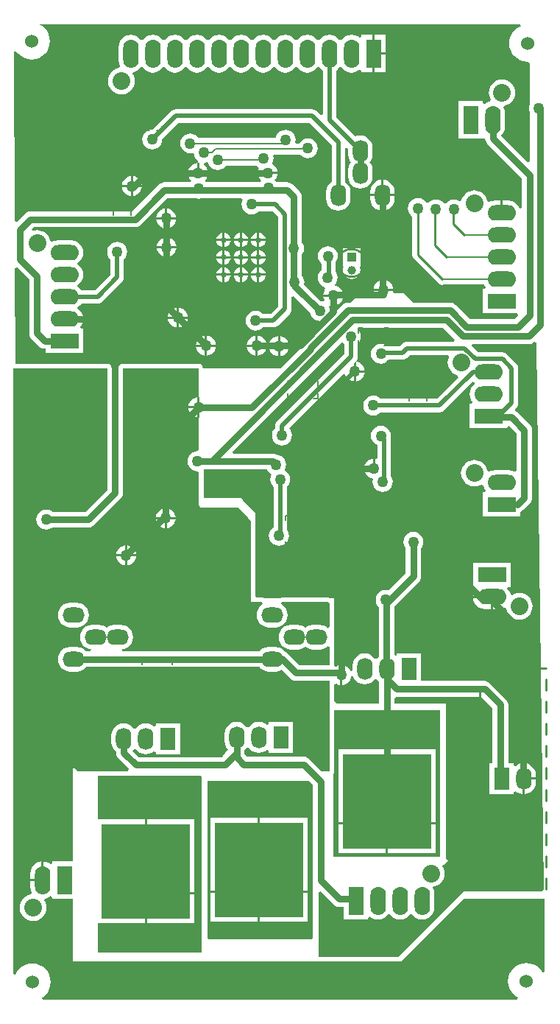
<source format=gbl>
%FSLAX24Y24*%
%MOIN*%
G70*
G01*
G75*
G04 Layer_Physical_Order=2*
G04 Layer_Color=16711680*
%ADD10C,0.0060*%
%ADD11C,0.0100*%
%ADD12R,0.0374X0.0394*%
%ADD13R,0.0394X0.0374*%
%ADD14R,0.0870X0.0240*%
%ADD15R,0.2677X0.2717*%
%ADD16R,0.0374X0.0748*%
%ADD17R,0.0374X0.0945*%
%ADD18R,0.1299X0.0945*%
%ADD19R,0.0430X0.0390*%
%ADD20R,0.0492X0.0669*%
%ADD21R,0.0709X0.1417*%
%ADD22R,0.0620X0.0500*%
%ADD23R,0.0390X0.0430*%
%ADD24R,0.0354X0.0433*%
%ADD25R,0.1299X0.0945*%
%ADD26R,0.0433X0.0354*%
%ADD27R,0.0787X0.0787*%
%ADD28R,0.0787X0.0787*%
%ADD29O,0.0079X0.0295*%
%ADD30O,0.0295X0.0079*%
%ADD31R,0.0669X0.0492*%
%ADD32C,0.0080*%
%ADD33C,0.0200*%
%ADD34C,0.0300*%
%ADD35C,0.0050*%
%ADD36C,0.0039*%
%ADD37C,0.0600*%
%ADD38O,0.1000X0.0700*%
%ADD39R,0.4000X0.4300*%
%ADD40O,0.0700X0.1000*%
%ADD41R,0.0700X0.1000*%
%ADD42O,0.0700X0.1000*%
%ADD43R,0.0700X0.1000*%
%ADD44R,0.0700X0.1300*%
%ADD45O,0.0700X0.1300*%
%ADD46C,0.0800*%
%ADD47O,0.1300X0.0700*%
%ADD48R,0.1300X0.0700*%
%ADD49R,0.0394X0.0394*%
%ADD50C,0.0394*%
%ADD51C,0.0500*%
%ADD52C,0.0260*%
G36*
X-2714Y26455D02*
X-2752Y26363D01*
X-4880D01*
X-4958Y26352D01*
X-5010Y26331D01*
X-5031Y26322D01*
X-5094Y26274D01*
X-5220Y26148D01*
X-5771D01*
X-5843Y26203D01*
X-5953Y26248D01*
X-6070Y26264D01*
X-6187Y26248D01*
X-6297Y26203D01*
X-6391Y26131D01*
X-6463Y26037D01*
X-6508Y25927D01*
X-6524Y25810D01*
X-6508Y25693D01*
X-6463Y25583D01*
X-6391Y25489D01*
X-6297Y25417D01*
X-6187Y25372D01*
X-6070Y25356D01*
X-5953Y25372D01*
X-5843Y25417D01*
X-5749Y25489D01*
X-5708Y25542D01*
X-5095D01*
X-5017Y25553D01*
X-4965Y25574D01*
X-4944Y25583D01*
X-4881Y25631D01*
X-4755Y25757D01*
X-3032D01*
X-2980Y25672D01*
X-2997Y25641D01*
X-3031Y25528D01*
X-3043Y25410D01*
X-3031Y25292D01*
X-2997Y25179D01*
X-2941Y25075D01*
X-2866Y24984D01*
X-2775Y24909D01*
X-2671Y24853D01*
X-2598Y24831D01*
X-2574Y24734D01*
X-3535Y23773D01*
X-6085D01*
X-6099Y23791D01*
X-6193Y23863D01*
X-6303Y23908D01*
X-6420Y23924D01*
X-6537Y23908D01*
X-6647Y23863D01*
X-6741Y23791D01*
X-6813Y23697D01*
X-6858Y23587D01*
X-6874Y23470D01*
X-6858Y23353D01*
X-6813Y23243D01*
X-6741Y23149D01*
X-6647Y23077D01*
X-6537Y23032D01*
X-6420Y23016D01*
X-6303Y23032D01*
X-6193Y23077D01*
X-6099Y23149D01*
X-6085Y23167D01*
X-3410D01*
X-3332Y23178D01*
X-3280Y23199D01*
X-3259Y23208D01*
X-3196Y23256D01*
X-1909Y24543D01*
X-1817Y24504D01*
Y24440D01*
X-1892Y24382D01*
X-1980Y24267D01*
X-2036Y24134D01*
X-2055Y23990D01*
X-2036Y23846D01*
X-1980Y23713D01*
X-1917Y23630D01*
X-1961Y23540D01*
X-2050D01*
Y22440D01*
X-350D01*
Y22500D01*
X-258Y22538D01*
X67Y22214D01*
Y20515D01*
X-23Y20470D01*
X-156Y20526D01*
X-300Y20545D01*
X-900D01*
X-1044Y20526D01*
X-1177Y20470D01*
X-1249Y20528D01*
X-1283Y20641D01*
X-1339Y20745D01*
X-1414Y20836D01*
X-1505Y20911D01*
X-1609Y20967D01*
X-1722Y21001D01*
X-1840Y21013D01*
X-1958Y21001D01*
X-2071Y20967D01*
X-2175Y20911D01*
X-2266Y20836D01*
X-2341Y20745D01*
X-2397Y20641D01*
X-2431Y20528D01*
X-2443Y20410D01*
X-2431Y20292D01*
X-2397Y20179D01*
X-2341Y20075D01*
X-2266Y19984D01*
X-2175Y19909D01*
X-2071Y19853D01*
X-1958Y19819D01*
X-1840Y19807D01*
X-1722Y19819D01*
X-1609Y19853D01*
X-1526Y19898D01*
X-1437Y19852D01*
X-1436Y19846D01*
X-1380Y19713D01*
X-1317Y19630D01*
X-1361Y19540D01*
X-1450D01*
Y18440D01*
X250D01*
Y18669D01*
X287Y18684D01*
X360Y18740D01*
X670Y19050D01*
X726Y19123D01*
X761Y19209D01*
X773Y19300D01*
Y22360D01*
X761Y22451D01*
X726Y22537D01*
X670Y22610D01*
X90Y23190D01*
X17Y23246D01*
X4Y23307D01*
X54Y23356D01*
X102Y23419D01*
X111Y23440D01*
X132Y23492D01*
X143Y23570D01*
Y25160D01*
X143Y25160D01*
X132Y25238D01*
X102Y25311D01*
X75Y25347D01*
X54Y25374D01*
X54Y25374D01*
X-356Y25784D01*
X-419Y25832D01*
X-440Y25841D01*
X-492Y25862D01*
X-570Y25873D01*
X-1665D01*
X-1957Y26165D01*
X-1918Y26257D01*
X640D01*
X731Y26269D01*
X817Y26304D01*
X890Y26360D01*
X981Y26323D01*
X1309Y1571D01*
X1239Y1500D01*
X-2310D01*
X-5276Y-1466D01*
X-8873D01*
X-8880Y-1450D01*
X-8880D01*
X-8880Y-1450D01*
Y1440D01*
X-8788Y1478D01*
X-8200Y890D01*
X-8127Y834D01*
X-8041Y799D01*
X-7950Y787D01*
X-7750D01*
Y210D01*
X-6650D01*
Y299D01*
X-6560Y343D01*
X-6477Y280D01*
X-6344Y224D01*
X-6200Y205D01*
X-6056Y224D01*
X-5923Y280D01*
X-5808Y368D01*
X-5750Y443D01*
X-5650D01*
X-5592Y368D01*
X-5477Y280D01*
X-5344Y224D01*
X-5200Y205D01*
X-5056Y224D01*
X-4923Y280D01*
X-4808Y368D01*
X-4750Y443D01*
X-4650D01*
X-4592Y368D01*
X-4477Y280D01*
X-4344Y224D01*
X-4200Y205D01*
X-4056Y224D01*
X-3923Y280D01*
X-3808Y368D01*
X-3720Y483D01*
X-3664Y616D01*
X-3645Y760D01*
Y1360D01*
X-3664Y1504D01*
X-3720Y1637D01*
X-3690Y1706D01*
X-3662Y1709D01*
X-3549Y1743D01*
X-3445Y1799D01*
X-3354Y1874D01*
X-3279Y1965D01*
X-3223Y2069D01*
X-3189Y2182D01*
X-3177Y2300D01*
X-3189Y2418D01*
X-3223Y2531D01*
X-3279Y2635D01*
X-3248Y2700D01*
X-3220D01*
X-3030Y2890D01*
X-3140Y3000D01*
Y9990D01*
X-5447D01*
Y10234D01*
X-5372Y10300D01*
X-5350Y10297D01*
X-1516D01*
X-1013Y9794D01*
Y7290D01*
X-1150D01*
Y5890D01*
X-50D01*
Y5979D01*
X40Y6023D01*
X123Y5960D01*
X256Y5904D01*
X350Y5892D01*
Y6590D01*
Y7288D01*
X256Y7276D01*
X123Y7220D01*
X40Y7157D01*
X-50Y7201D01*
Y7290D01*
X-307D01*
Y9940D01*
X-319Y10031D01*
X-354Y10117D01*
X-410Y10190D01*
X-1120Y10900D01*
X-1193Y10956D01*
X-1279Y10991D01*
X-1370Y11003D01*
X-4250D01*
Y12260D01*
X-5350D01*
Y12171D01*
X-5382Y12155D01*
X-5467Y12208D01*
Y14374D01*
X-4350Y15490D01*
X-4294Y15563D01*
X-4259Y15649D01*
X-4247Y15740D01*
Y17021D01*
X-4207Y17073D01*
X-4162Y17183D01*
X-4146Y17300D01*
X-4162Y17417D01*
X-4207Y17527D01*
X-4279Y17621D01*
X-4373Y17693D01*
X-4483Y17738D01*
X-4600Y17754D01*
X-4717Y17738D01*
X-4827Y17693D01*
X-4921Y17621D01*
X-4993Y17527D01*
X-5038Y17417D01*
X-5054Y17300D01*
X-5038Y17183D01*
X-4993Y17073D01*
X-4953Y17021D01*
Y15886D01*
X-5724Y15115D01*
X-5733Y15118D01*
X-5850Y15134D01*
X-5967Y15118D01*
X-6077Y15073D01*
X-6171Y15001D01*
X-6243Y14907D01*
X-6288Y14797D01*
X-6304Y14680D01*
X-6288Y14563D01*
X-6243Y14453D01*
X-6173Y14362D01*
Y12117D01*
X-6192Y12102D01*
X-6250Y12027D01*
X-6350D01*
X-6408Y12102D01*
X-6523Y12190D01*
X-6656Y12246D01*
X-6800Y12265D01*
X-6944Y12246D01*
X-7077Y12190D01*
X-7192Y12102D01*
X-7280Y11987D01*
X-7336Y11854D01*
X-7355Y11710D01*
Y11482D01*
X-7453Y11463D01*
X-7467Y11497D01*
X-7539Y11591D01*
X-7633Y11663D01*
X-7743Y11708D01*
X-7810Y11717D01*
Y11270D01*
Y10823D01*
X-7743Y10832D01*
X-7633Y10877D01*
X-7539Y10949D01*
X-7467Y11043D01*
X-7422Y11153D01*
X-7415Y11204D01*
X-7316Y11218D01*
X-7280Y11133D01*
X-7192Y11018D01*
X-7077Y10930D01*
X-6944Y10874D01*
X-6800Y10855D01*
X-6656Y10874D01*
X-6523Y10930D01*
X-6408Y11018D01*
X-6350Y11093D01*
X-6250D01*
X-6192Y11018D01*
X-6153Y10988D01*
Y9990D01*
X-8050D01*
X-8160Y10100D01*
X-8186Y10126D01*
Y10840D01*
X-8096Y10884D01*
X-8087Y10877D01*
X-7977Y10832D01*
X-7910Y10823D01*
Y11270D01*
Y11717D01*
X-7977Y11708D01*
X-8087Y11663D01*
X-8100Y11653D01*
X-8112D01*
X-8190Y11702D01*
X-8186Y11723D01*
Y12537D01*
X-8193Y12569D01*
X-8197Y12602D01*
X-8200Y12608D01*
Y13372D01*
X-8197Y13378D01*
X-8193Y13411D01*
X-8186Y13443D01*
Y14490D01*
X-8200Y14560D01*
Y14750D01*
X-8379D01*
X-8392Y14758D01*
X-8470Y14774D01*
X-8470D01*
D01*
X-10557D01*
X-10576Y14770D01*
X-10597D01*
X-10615Y14762D01*
X-10635Y14758D01*
X-10647Y14750D01*
X-11353D01*
X-11365Y14758D01*
X-11385Y14762D01*
X-11403Y14770D01*
X-11424D01*
X-11443Y14774D01*
X-11704D01*
X-11750Y14820D01*
X-11750D01*
X-11750Y14820D01*
Y18480D01*
Y18630D01*
X-12320Y19200D01*
X-12400Y19280D01*
X-14090D01*
Y20597D01*
X-13866D01*
X-13790Y20587D01*
X-11223D01*
X-11213Y20563D01*
X-11141Y20469D01*
X-11047Y20397D01*
X-11023Y20357D01*
X-11023Y20357D01*
X-11023Y20357D01*
X-11068Y20247D01*
X-11084Y20130D01*
X-11068Y20013D01*
X-11023Y19903D01*
X-10951Y19809D01*
X-10933Y19795D01*
Y17961D01*
X-11011Y17901D01*
X-11083Y17807D01*
X-11128Y17697D01*
X-11144Y17580D01*
X-11128Y17463D01*
X-11083Y17353D01*
X-11011Y17259D01*
X-10917Y17187D01*
X-10807Y17142D01*
X-10690Y17126D01*
X-10573Y17142D01*
X-10463Y17187D01*
X-10369Y17259D01*
X-10297Y17353D01*
X-10252Y17463D01*
X-10236Y17580D01*
X-10252Y17697D01*
X-10297Y17807D01*
X-10327Y17847D01*
Y19795D01*
X-10309Y19809D01*
X-10237Y19903D01*
X-10192Y20013D01*
X-10176Y20130D01*
X-10192Y20247D01*
X-10237Y20357D01*
X-10309Y20451D01*
X-10403Y20523D01*
X-10418Y20529D01*
X-10427Y20563D01*
X-10382Y20673D01*
X-10366Y20790D01*
X-10382Y20907D01*
X-10427Y21017D01*
X-10499Y21111D01*
X-10593Y21183D01*
X-10703Y21228D01*
X-10785Y21239D01*
X-10793Y21246D01*
X-10879Y21281D01*
X-10970Y21293D01*
X-12767D01*
X-12805Y21385D01*
X-7874Y26316D01*
X-7775Y26310D01*
X-7751Y26279D01*
X-7733Y26265D01*
Y25805D01*
X-10764Y22774D01*
X-10812Y22711D01*
X-10821Y22690D01*
X-10842Y22638D01*
X-10853Y22560D01*
Y22455D01*
X-10871Y22441D01*
X-10943Y22347D01*
X-10988Y22237D01*
X-11004Y22120D01*
X-10988Y22003D01*
X-10943Y21893D01*
X-10871Y21799D01*
X-10777Y21727D01*
X-10667Y21682D01*
X-10550Y21666D01*
X-10433Y21682D01*
X-10323Y21727D01*
X-10229Y21799D01*
X-10157Y21893D01*
X-10112Y22003D01*
X-10096Y22120D01*
X-10112Y22237D01*
X-10157Y22347D01*
X-10229Y22441D01*
X-10230Y22452D01*
X-7782Y24900D01*
X-7684Y24881D01*
X-7643Y24783D01*
X-7571Y24689D01*
X-7477Y24617D01*
X-7367Y24572D01*
X-7300Y24563D01*
Y25010D01*
Y25382D01*
X-7222Y25460D01*
X-7214Y25459D01*
X-7216Y25466D01*
X-7168Y25529D01*
X-7155Y25559D01*
X-7138Y25602D01*
X-7127Y25680D01*
Y26265D01*
X-7109Y26279D01*
X-7037Y26373D01*
X-6992Y26483D01*
X-6976Y26600D01*
X-6992Y26717D01*
X-7037Y26827D01*
X-7109Y26921D01*
X-7087Y26987D01*
X-3246D01*
X-2714Y26455D01*
D02*
G37*
G36*
X-14330Y23853D02*
X-14340Y23844D01*
X-14290Y23837D01*
Y23390D01*
Y22943D01*
X-14340Y22936D01*
X-14330Y22927D01*
Y21448D01*
X-14380Y21404D01*
X-14497Y21388D01*
X-14607Y21343D01*
X-14701Y21271D01*
X-14773Y21177D01*
X-14818Y21067D01*
X-14834Y20950D01*
X-14818Y20833D01*
X-14773Y20723D01*
X-14701Y20629D01*
X-14607Y20557D01*
X-14497Y20512D01*
X-14380Y20496D01*
X-14330Y20452D01*
Y18970D01*
X-14290Y18930D01*
X-14210Y18850D01*
X-12540D01*
Y18840D01*
X-12090Y18390D01*
X-11960Y18260D01*
Y14570D01*
X-11443D01*
X-11424Y14472D01*
X-11427Y14470D01*
X-11542Y14382D01*
X-11630Y14267D01*
X-11686Y14134D01*
X-11705Y13990D01*
X-11686Y13846D01*
X-11630Y13713D01*
X-11542Y13598D01*
X-11427Y13510D01*
X-11294Y13454D01*
X-11150Y13435D01*
X-10850D01*
X-10706Y13454D01*
X-10573Y13510D01*
X-10458Y13598D01*
X-10370Y13713D01*
X-10314Y13846D01*
X-10295Y13990D01*
X-10314Y14134D01*
X-10370Y14267D01*
X-10458Y14382D01*
X-10573Y14470D01*
X-10576Y14472D01*
X-10557Y14570D01*
X-8470D01*
X-8470Y14570D01*
Y14570D01*
X-8390Y14490D01*
Y13443D01*
X-8480Y13399D01*
X-8573Y13470D01*
X-8706Y13526D01*
X-8850Y13545D01*
X-9150D01*
X-9294Y13526D01*
X-9427Y13470D01*
X-9500Y13415D01*
X-9573Y13470D01*
X-9706Y13526D01*
X-9850Y13545D01*
X-10150D01*
X-10294Y13526D01*
X-10427Y13470D01*
X-10542Y13382D01*
X-10630Y13267D01*
X-10686Y13134D01*
X-10705Y12990D01*
X-10686Y12846D01*
X-10630Y12713D01*
X-10542Y12598D01*
X-10427Y12510D01*
X-10294Y12454D01*
X-10150Y12435D01*
X-9850D01*
X-9706Y12454D01*
X-9573Y12510D01*
X-9500Y12565D01*
X-9427Y12510D01*
X-9294Y12454D01*
X-9150Y12435D01*
X-8850D01*
X-8706Y12454D01*
X-8573Y12510D01*
X-8480Y12581D01*
X-8390Y12537D01*
Y11723D01*
X-9774D01*
X-10320Y12270D01*
X-10393Y12326D01*
X-10424Y12338D01*
X-10458Y12382D01*
X-10573Y12470D01*
X-10706Y12526D01*
X-10850Y12545D01*
X-11150D01*
X-11294Y12526D01*
X-11427Y12470D01*
X-11542Y12382D01*
X-11572Y12343D01*
X-17786D01*
X-17793Y12443D01*
X-17706Y12454D01*
X-17573Y12510D01*
X-17458Y12598D01*
X-17370Y12713D01*
X-17314Y12846D01*
X-17295Y12990D01*
X-17314Y13134D01*
X-17370Y13267D01*
X-17458Y13382D01*
X-17573Y13470D01*
X-17706Y13526D01*
X-17850Y13545D01*
X-18150D01*
X-18294Y13526D01*
X-18427Y13470D01*
X-18500Y13415D01*
X-18573Y13470D01*
X-18706Y13526D01*
X-18850Y13545D01*
X-19150D01*
X-19294Y13526D01*
X-19427Y13470D01*
X-19542Y13382D01*
X-19630Y13267D01*
X-19686Y13134D01*
X-19705Y12990D01*
X-19686Y12846D01*
X-19630Y12713D01*
X-19542Y12598D01*
X-19427Y12510D01*
X-19294Y12454D01*
X-19207Y12443D01*
X-19213Y12350D01*
X-19221Y12343D01*
X-19428D01*
X-19458Y12382D01*
X-19573Y12470D01*
X-19706Y12526D01*
X-19850Y12545D01*
X-20150D01*
X-20294Y12526D01*
X-20427Y12470D01*
X-20542Y12382D01*
X-20630Y12267D01*
X-20686Y12134D01*
X-20705Y11990D01*
X-20686Y11846D01*
X-20630Y11713D01*
X-20542Y11598D01*
X-20427Y11510D01*
X-20294Y11454D01*
X-20150Y11435D01*
X-19850D01*
X-19706Y11454D01*
X-19573Y11510D01*
X-19458Y11598D01*
X-19428Y11637D01*
X-11572D01*
X-11542Y11598D01*
X-11427Y11510D01*
X-11294Y11454D01*
X-11150Y11435D01*
X-10850D01*
X-10706Y11454D01*
X-10573Y11510D01*
X-10565Y11516D01*
X-10170Y11120D01*
X-10097Y11064D01*
X-10011Y11029D01*
X-9920Y11017D01*
X-8390D01*
Y6930D01*
X-8771D01*
X-9320Y7480D01*
X-9393Y7536D01*
X-9479Y7571D01*
X-9570Y7583D01*
X-12134D01*
X-12247Y7696D01*
Y7888D01*
X-12208Y7918D01*
X-12150Y7993D01*
X-12050D01*
X-11992Y7918D01*
X-11877Y7830D01*
X-11744Y7774D01*
X-11600Y7755D01*
X-11456Y7774D01*
X-11323Y7830D01*
X-11240Y7893D01*
X-11150Y7849D01*
Y7760D01*
X-10050D01*
Y9160D01*
X-11150D01*
Y9071D01*
X-11240Y9027D01*
X-11323Y9090D01*
X-11456Y9146D01*
X-11600Y9165D01*
X-11744Y9146D01*
X-11877Y9090D01*
X-11992Y9002D01*
X-12050Y8927D01*
X-12150D01*
X-12208Y9002D01*
X-12323Y9090D01*
X-12456Y9146D01*
X-12600Y9165D01*
X-12744Y9146D01*
X-12877Y9090D01*
X-12992Y9002D01*
X-13080Y8887D01*
X-13136Y8754D01*
X-13155Y8610D01*
Y8310D01*
X-13136Y8166D01*
X-13080Y8033D01*
X-12992Y7918D01*
X-13226Y7614D01*
X-13276Y7563D01*
X-17024D01*
X-17319Y7859D01*
X-17270Y7923D01*
X-17170D01*
X-17112Y7848D01*
X-16997Y7760D01*
X-16864Y7704D01*
X-16720Y7685D01*
X-16576Y7704D01*
X-16443Y7760D01*
X-16360Y7823D01*
X-16270Y7779D01*
Y7690D01*
X-15170D01*
Y9090D01*
X-16270D01*
Y9001D01*
X-16360Y8957D01*
X-16443Y9020D01*
X-16576Y9076D01*
X-16720Y9095D01*
X-16864Y9076D01*
X-16997Y9020D01*
X-17112Y8932D01*
X-17170Y8857D01*
X-17270D01*
X-17328Y8932D01*
X-17443Y9020D01*
X-17576Y9076D01*
X-17720Y9095D01*
X-17864Y9076D01*
X-17997Y9020D01*
X-18112Y8932D01*
X-18200Y8817D01*
X-18256Y8684D01*
X-18275Y8540D01*
Y8240D01*
X-18256Y8096D01*
X-18200Y7963D01*
X-18112Y7848D01*
X-18073Y7818D01*
Y7760D01*
X-18061Y7669D01*
X-18026Y7583D01*
X-17970Y7510D01*
X-17482Y7022D01*
X-17520Y6930D01*
X-19810D01*
X-19928Y7048D01*
Y7048D01*
X-19928D01*
D01*
Y7048D01*
X-19928D01*
X-19980Y7100D01*
X-20020Y7060D01*
Y7009D01*
X-20020D01*
X-20020D01*
Y2840D01*
X-20950D01*
Y2751D01*
X-21040Y2707D01*
X-21123Y2770D01*
X-21256Y2826D01*
X-21350Y2838D01*
Y1990D01*
X-21400D01*
Y1940D01*
X-21955D01*
Y1690D01*
X-21936Y1546D01*
X-21880Y1413D01*
X-21880Y1413D01*
X-21938Y1341D01*
X-22051Y1307D01*
X-22155Y1251D01*
X-22246Y1176D01*
X-22321Y1085D01*
X-22377Y981D01*
X-22411Y868D01*
X-22423Y750D01*
X-22411Y632D01*
X-22377Y519D01*
X-22321Y415D01*
X-22246Y324D01*
X-22155Y249D01*
X-22051Y193D01*
X-21938Y159D01*
X-21820Y147D01*
X-21702Y159D01*
X-21589Y193D01*
X-21485Y249D01*
X-21394Y324D01*
X-21319Y415D01*
X-21263Y519D01*
X-21229Y632D01*
X-21217Y750D01*
X-21229Y868D01*
X-21263Y981D01*
X-21319Y1085D01*
X-21293Y1149D01*
X-21256Y1154D01*
X-21123Y1210D01*
X-21040Y1273D01*
X-20950Y1229D01*
Y1140D01*
X-20020D01*
Y-1670D01*
X-5160D01*
X-5030Y-1540D01*
X-2330Y1160D01*
X1330D01*
Y-2140D01*
X1233Y-2164D01*
X1209Y-2119D01*
X1106Y-1994D01*
X981Y-1891D01*
X837Y-1814D01*
X682Y-1767D01*
X520Y-1751D01*
X358Y-1767D01*
X203Y-1814D01*
X59Y-1891D01*
X-66Y-1994D01*
X-169Y-2119D01*
X-246Y-2263D01*
X-293Y-2418D01*
X-309Y-2580D01*
X-293Y-2742D01*
X-246Y-2897D01*
X-169Y-3041D01*
X-66Y-3166D01*
X59Y-3269D01*
X141Y-3313D01*
X117Y-3410D01*
X-21401D01*
X-21425Y-3313D01*
X-21399Y-3299D01*
X-21274Y-3196D01*
X-21171Y-3071D01*
X-21094Y-2927D01*
X-21047Y-2772D01*
X-21031Y-2610D01*
X-21047Y-2448D01*
X-21094Y-2293D01*
X-21171Y-2149D01*
X-21274Y-2024D01*
X-21399Y-1921D01*
X-21543Y-1844D01*
X-21698Y-1797D01*
X-21860Y-1781D01*
X-22022Y-1797D01*
X-22177Y-1844D01*
X-22321Y-1921D01*
X-22446Y-2024D01*
X-22549Y-2149D01*
X-22623Y-2287D01*
X-22720Y-2263D01*
Y25143D01*
X-22680Y25160D01*
Y25160D01*
X-22680Y25160D01*
X-18463D01*
Y19666D01*
X-19466Y18663D01*
X-20951D01*
X-21003Y18703D01*
X-21113Y18748D01*
X-21230Y18764D01*
X-21347Y18748D01*
X-21457Y18703D01*
X-21551Y18631D01*
X-21623Y18537D01*
X-21668Y18427D01*
X-21684Y18310D01*
X-21668Y18193D01*
X-21623Y18083D01*
X-21551Y17989D01*
X-21457Y17917D01*
X-21347Y17872D01*
X-21230Y17856D01*
X-21113Y17872D01*
X-21003Y17917D01*
X-20951Y17957D01*
X-19320D01*
X-19229Y17969D01*
X-19143Y18004D01*
X-19070Y18060D01*
X-17860Y19270D01*
X-17804Y19343D01*
X-17769Y19429D01*
X-17757Y19520D01*
Y25160D01*
X-14330D01*
Y23853D01*
D02*
G37*
G36*
X-12328Y32784D02*
X-12368Y32687D01*
X-12384Y32570D01*
X-12368Y32453D01*
X-12323Y32343D01*
X-12251Y32249D01*
X-12157Y32177D01*
X-12047Y32132D01*
X-11930Y32116D01*
X-11813Y32132D01*
X-11703Y32177D01*
X-11609Y32249D01*
X-11595Y32267D01*
X-10985D01*
X-10723Y32005D01*
Y27965D01*
X-11071Y27617D01*
X-11410D01*
X-11424Y27636D01*
X-11518Y27708D01*
X-11628Y27753D01*
X-11745Y27769D01*
X-11863Y27753D01*
X-11972Y27708D01*
X-12066Y27636D01*
X-12138Y27542D01*
X-12184Y27432D01*
X-12199Y27315D01*
X-12184Y27197D01*
X-12138Y27088D01*
X-12066Y26994D01*
X-11972Y26922D01*
X-11863Y26876D01*
X-11745Y26861D01*
X-11628Y26876D01*
X-11518Y26922D01*
X-11424Y26994D01*
X-11410Y27012D01*
X-10945D01*
X-10867Y27023D01*
X-10794Y27053D01*
X-10731Y27101D01*
X-10206Y27626D01*
X-10158Y27689D01*
X-10128Y27762D01*
X-10117Y27840D01*
X-10117Y27840D01*
Y28398D01*
X-10025Y28436D01*
X-9282Y27693D01*
X-9273Y27628D01*
X-9228Y27518D01*
X-9156Y27424D01*
X-9062Y27352D01*
X-8952Y27307D01*
X-8835Y27291D01*
X-8718Y27307D01*
X-8656Y27332D01*
X-8600Y27249D01*
X-9520Y26330D01*
X-9576Y26257D01*
X-9598Y26202D01*
X-10640Y25160D01*
X-14126D01*
X-14142Y25238D01*
X-14186Y25304D01*
X-14252Y25348D01*
X-14330Y25364D01*
X-17757D01*
X-17835Y25348D01*
X-17901Y25304D01*
X-17945Y25238D01*
X-17961Y25160D01*
X-18259D01*
X-18275Y25238D01*
X-18319Y25304D01*
X-18385Y25348D01*
X-18463Y25364D01*
X-22641D01*
X-22652Y29692D01*
X-22559Y29730D01*
X-22003Y29174D01*
Y26740D01*
X-22003Y26740D01*
X-22003D01*
X-21991Y26649D01*
X-21956Y26563D01*
X-21900Y26490D01*
X-21550Y26140D01*
X-21477Y26084D01*
X-21391Y26049D01*
X-21300Y26037D01*
X-21250D01*
Y25840D01*
X-19550D01*
Y26940D01*
X-19639D01*
X-19683Y27030D01*
X-19620Y27113D01*
X-19564Y27246D01*
X-19552Y27340D01*
X-20400D01*
Y27440D01*
X-19552D01*
X-19564Y27534D01*
X-19620Y27667D01*
X-19708Y27782D01*
X-19823Y27870D01*
Y27910D01*
X-19708Y27998D01*
X-19639Y28087D01*
X-18900D01*
X-18822Y28098D01*
X-18770Y28119D01*
X-18749Y28128D01*
X-18686Y28176D01*
X-17806Y29056D01*
X-17758Y29119D01*
X-17749Y29140D01*
X-17728Y29192D01*
X-17717Y29270D01*
Y30085D01*
X-17699Y30099D01*
X-17627Y30193D01*
X-17582Y30303D01*
X-17566Y30420D01*
X-17582Y30537D01*
X-17627Y30647D01*
X-17699Y30741D01*
X-17793Y30813D01*
X-17903Y30858D01*
X-18020Y30874D01*
X-18137Y30858D01*
X-18247Y30813D01*
X-18341Y30741D01*
X-18413Y30647D01*
X-18458Y30537D01*
X-18474Y30420D01*
X-18458Y30303D01*
X-18413Y30193D01*
X-18341Y30099D01*
X-18323Y30085D01*
Y29395D01*
X-19025Y28693D01*
X-19639D01*
X-19708Y28782D01*
X-19823Y28870D01*
Y28910D01*
X-19708Y28998D01*
X-19620Y29113D01*
X-19564Y29246D01*
X-19545Y29390D01*
X-19564Y29534D01*
X-19620Y29667D01*
X-19708Y29782D01*
X-19823Y29870D01*
Y29910D01*
X-19708Y29998D01*
X-19620Y30113D01*
X-19564Y30246D01*
X-19545Y30390D01*
X-19564Y30534D01*
X-19620Y30667D01*
X-19708Y30782D01*
X-19823Y30870D01*
X-19956Y30926D01*
X-20100Y30945D01*
X-20700D01*
X-20844Y30926D01*
X-20977Y30870D01*
X-21049Y30928D01*
X-21083Y31041D01*
X-21139Y31145D01*
X-21214Y31236D01*
X-21305Y31311D01*
X-21409Y31367D01*
X-21522Y31401D01*
X-21640Y31413D01*
X-21758Y31401D01*
X-21836Y31378D01*
X-21887Y31463D01*
X-21804Y31547D01*
X-17200D01*
X-17109Y31559D01*
X-17023Y31594D01*
X-16950Y31650D01*
X-15734Y32867D01*
X-14499D01*
X-14437Y32842D01*
X-14320Y32826D01*
X-14203Y32842D01*
X-14141Y32867D01*
X-12384D01*
X-12328Y32784D01*
D02*
G37*
G36*
X-3400Y3060D02*
X-8220D01*
Y6824D01*
X-8202Y6852D01*
X-8186Y6930D01*
Y9670D01*
X-3400D01*
Y3060D01*
D02*
G37*
G36*
X270Y40631D02*
X253Y40626D01*
X109Y40549D01*
X-16Y40446D01*
X-119Y40321D01*
X-196Y40177D01*
X-243Y40022D01*
X-259Y39860D01*
X-243Y39698D01*
X-196Y39543D01*
X-119Y39399D01*
X-16Y39274D01*
X109Y39171D01*
X253Y39094D01*
X408Y39047D01*
X570Y39031D01*
X586Y39033D01*
X660Y38965D01*
Y37092D01*
X642Y37047D01*
X626Y36930D01*
X642Y36813D01*
X660Y36768D01*
Y34530D01*
X568Y34492D01*
X-610Y35669D01*
X-608Y35698D01*
X-520Y35813D01*
X-464Y35946D01*
X-445Y36090D01*
Y36690D01*
X-464Y36834D01*
X-520Y36967D01*
X-490Y37036D01*
X-462Y37039D01*
X-349Y37073D01*
X-245Y37129D01*
X-154Y37204D01*
X-79Y37295D01*
X-23Y37399D01*
X11Y37512D01*
X23Y37630D01*
X11Y37748D01*
X-23Y37861D01*
X-79Y37965D01*
X-154Y38056D01*
X-245Y38131D01*
X-349Y38187D01*
X-462Y38221D01*
X-580Y38233D01*
X-698Y38221D01*
X-811Y38187D01*
X-915Y38131D01*
X-1006Y38056D01*
X-1081Y37965D01*
X-1137Y37861D01*
X-1171Y37748D01*
X-1183Y37630D01*
X-1171Y37512D01*
X-1137Y37399D01*
X-1092Y37316D01*
X-1138Y37227D01*
X-1144Y37226D01*
X-1277Y37170D01*
X-1360Y37107D01*
X-1450Y37151D01*
Y37240D01*
X-2550D01*
Y35540D01*
X-1450D01*
Y35540D01*
X-1350D01*
X-1341Y35469D01*
X-1306Y35383D01*
X-1250Y35310D01*
X307Y33754D01*
Y32418D01*
X209Y32399D01*
X180Y32467D01*
X92Y32582D01*
X-23Y32670D01*
X-156Y32726D01*
X-300Y32745D01*
X-550D01*
Y32190D01*
X-650D01*
Y32745D01*
X-900D01*
X-1044Y32726D01*
X-1177Y32670D01*
X-1249Y32728D01*
X-1283Y32841D01*
X-1339Y32945D01*
X-1414Y33036D01*
X-1505Y33111D01*
X-1609Y33167D01*
X-1722Y33201D01*
X-1840Y33213D01*
X-1958Y33201D01*
X-2071Y33167D01*
X-2175Y33111D01*
X-2266Y33036D01*
X-2341Y32945D01*
X-2397Y32841D01*
X-2424Y32753D01*
X-2519Y32722D01*
X-2533Y32733D01*
X-2643Y32778D01*
X-2718Y32788D01*
X-2750Y32795D01*
X-2756Y32793D01*
X-2760Y32794D01*
X-2877Y32778D01*
X-2987Y32733D01*
X-3081Y32661D01*
X-3114Y32618D01*
X-3214Y32621D01*
X-3252Y32678D01*
X-3331Y32731D01*
X-3383Y32741D01*
X-3473Y32778D01*
X-3590Y32794D01*
X-3707Y32778D01*
X-3817Y32733D01*
X-3911Y32661D01*
X-3917Y32653D01*
X-4017D01*
X-4069Y32721D01*
X-4163Y32793D01*
X-4273Y32838D01*
X-4390Y32854D01*
X-4507Y32838D01*
X-4617Y32793D01*
X-4711Y32721D01*
X-4783Y32627D01*
X-4828Y32517D01*
X-4844Y32400D01*
X-4828Y32283D01*
X-4783Y32173D01*
X-4711Y32079D01*
X-4645Y32028D01*
Y30290D01*
X-4645Y30290D01*
X-4645D01*
X-4626Y30192D01*
X-4570Y30110D01*
X-3470Y29010D01*
X-3388Y28955D01*
X-3290Y28935D01*
X-3239Y28945D01*
X-1394D01*
X-1380Y28913D01*
X-1317Y28830D01*
X-1361Y28740D01*
X-1450D01*
Y27640D01*
X110D01*
X148Y27548D01*
X-16Y27383D01*
X-2034D01*
X-2680Y28030D01*
X-2753Y28086D01*
X-2839Y28121D01*
X-2930Y28133D01*
X-4633D01*
X-4940Y28440D01*
X-5060Y28560D01*
X-5449D01*
X-5515Y28635D01*
X-5513Y28650D01*
X-6407D01*
X-6405Y28635D01*
X-6471Y28560D01*
X-7100D01*
Y28480D01*
X-7447Y28133D01*
X-7570D01*
X-7661Y28121D01*
X-7747Y28086D01*
X-7820Y28030D01*
X-8339Y27510D01*
X-8422Y27566D01*
X-8397Y27628D01*
X-8381Y27745D01*
X-8397Y27862D01*
X-8431Y27946D01*
X-8361Y28017D01*
X-8347Y28012D01*
X-8280Y28003D01*
Y28400D01*
X-8677D01*
X-8668Y28333D01*
X-8634Y28249D01*
X-8704Y28178D01*
X-8718Y28183D01*
X-8783Y28192D01*
X-9547Y28956D01*
X-9536Y29040D01*
X-9552Y29157D01*
X-9597Y29267D01*
X-9657Y29345D01*
Y30301D01*
X-9617Y30353D01*
X-9572Y30463D01*
X-9556Y30580D01*
X-9572Y30697D01*
X-9617Y30807D01*
X-9657Y30859D01*
Y32910D01*
X-9669Y33001D01*
X-9704Y33087D01*
X-9760Y33160D01*
X-10070Y33470D01*
X-10143Y33526D01*
X-10229Y33561D01*
X-10320Y33573D01*
X-10797D01*
X-10849Y33641D01*
X-10879Y33664D01*
Y33679D01*
X-10807Y33773D01*
X-10762Y33883D01*
X-10753Y33950D01*
X-11647D01*
X-11638Y33883D01*
X-11593Y33773D01*
X-11521Y33679D01*
X-11521Y33679D01*
X-11491Y33641D01*
X-11543Y33573D01*
X-13978D01*
X-13999Y33601D01*
X-14029Y33624D01*
Y33669D01*
X-13957Y33763D01*
X-13912Y33873D01*
X-13903Y33940D01*
X-14797D01*
X-14788Y33873D01*
X-14743Y33763D01*
X-14671Y33669D01*
X-14671Y33669D01*
X-14671D01*
X-14670Y33666D01*
X-14701Y33573D01*
X-15880D01*
X-15971Y33561D01*
X-16057Y33526D01*
X-16130Y33470D01*
X-17346Y32253D01*
X-21950D01*
X-21950Y32253D01*
X-22041Y32241D01*
X-22127Y32206D01*
X-22200Y32150D01*
X-22200Y32150D01*
X-22565Y31785D01*
X-22657Y31823D01*
X-22677Y39476D01*
X-22580Y39500D01*
X-22579Y39499D01*
X-22476Y39374D01*
X-22351Y39271D01*
X-22207Y39194D01*
X-22052Y39147D01*
X-21890Y39131D01*
X-21728Y39147D01*
X-21573Y39194D01*
X-21429Y39271D01*
X-21304Y39374D01*
X-21201Y39499D01*
X-21124Y39643D01*
X-21077Y39798D01*
X-21061Y39960D01*
X-21077Y40122D01*
X-21124Y40277D01*
X-21201Y40421D01*
X-21304Y40546D01*
X-21429Y40649D01*
X-21573Y40726D01*
X-21572Y40730D01*
X255D01*
X270Y40631D01*
D02*
G37*
G36*
X-9160Y6321D02*
Y-620D01*
X-9230Y-690D01*
Y-690D01*
X-9230Y-690D01*
X-13869D01*
X-13940Y-619D01*
X-13920Y6460D01*
X-13910Y6470D01*
X-9309D01*
X-9160Y6321D01*
D02*
G37*
G36*
X-14200Y6690D02*
X-14200D01*
X-14200Y6690D01*
Y-1270D01*
X-18880D01*
X-18900Y-1250D01*
X-18900D01*
X-18900Y-1250D01*
Y40D01*
X-16770D01*
Y1390D01*
Y4740D01*
X-18900D01*
Y6720D01*
X-14212D01*
X-14200Y6690D01*
D02*
G37*
%LPC*%
G36*
X-13553Y26130D02*
X-13950D01*
Y25733D01*
X-13883Y25742D01*
X-13773Y25787D01*
X-13679Y25859D01*
X-13607Y25953D01*
X-13562Y26063D01*
X-13553Y26130D01*
D02*
G37*
G36*
X-14050D02*
X-14447D01*
X-14438Y26063D01*
X-14393Y25953D01*
X-14321Y25859D01*
X-14227Y25787D01*
X-14117Y25742D01*
X-14050Y25733D01*
Y26130D01*
D02*
G37*
G36*
X-11750D02*
X-12147D01*
X-12138Y26063D01*
X-12093Y25953D01*
X-12021Y25859D01*
X-11927Y25787D01*
X-11817Y25742D01*
X-11750Y25733D01*
Y26130D01*
D02*
G37*
G36*
X-10740Y26607D02*
X-10807Y26598D01*
X-10917Y26553D01*
X-11011Y26481D01*
X-11083Y26387D01*
X-11128Y26277D01*
X-11137Y26210D01*
X-10740D01*
Y26607D01*
D02*
G37*
G36*
X-11253Y26130D02*
X-11650D01*
Y25733D01*
X-11583Y25742D01*
X-11473Y25787D01*
X-11379Y25859D01*
X-11307Y25953D01*
X-11262Y26063D01*
X-11253Y26130D01*
D02*
G37*
G36*
X-14390Y23837D02*
X-14457Y23828D01*
X-14567Y23783D01*
X-14661Y23711D01*
X-14733Y23617D01*
X-14778Y23507D01*
X-14787Y23440D01*
X-14390D01*
Y23837D01*
D02*
G37*
G36*
X-6803Y24960D02*
X-7200D01*
Y24563D01*
X-7133Y24572D01*
X-7023Y24617D01*
X-6929Y24689D01*
X-6857Y24783D01*
X-6812Y24893D01*
X-6803Y24960D01*
D02*
G37*
G36*
X-7200Y25457D02*
Y25060D01*
X-6803D01*
X-6812Y25127D01*
X-6857Y25237D01*
X-6929Y25331D01*
X-7023Y25403D01*
X-7133Y25448D01*
X-7200Y25457D01*
D02*
G37*
G36*
X-10740Y26110D02*
X-11137D01*
X-11128Y26043D01*
X-11083Y25933D01*
X-11011Y25839D01*
X-10917Y25767D01*
X-10807Y25722D01*
X-10740Y25713D01*
Y26110D01*
D02*
G37*
G36*
X-10243D02*
X-10640D01*
Y25713D01*
X-10573Y25722D01*
X-10463Y25767D01*
X-10369Y25839D01*
X-10297Y25933D01*
X-10252Y26043D01*
X-10243Y26110D01*
D02*
G37*
G36*
X-14390Y23340D02*
X-14787D01*
X-14778Y23273D01*
X-14733Y23163D01*
X-14661Y23069D01*
X-14567Y22997D01*
X-14457Y22952D01*
X-14390Y22943D01*
Y23340D01*
D02*
G37*
G36*
X-10640Y26607D02*
Y26210D01*
X-10243D01*
X-10252Y26277D01*
X-10297Y26387D01*
X-10369Y26481D01*
X-10463Y26553D01*
X-10573Y26598D01*
X-10640Y26607D01*
D02*
G37*
G36*
X-8470Y30684D02*
X-8587Y30668D01*
X-8697Y30623D01*
X-8791Y30551D01*
X-8863Y30457D01*
X-8908Y30347D01*
X-8924Y30230D01*
X-8908Y30113D01*
X-8863Y30003D01*
X-8791Y29909D01*
X-8743Y29872D01*
Y29626D01*
X-8801Y29581D01*
X-8873Y29487D01*
X-8918Y29377D01*
X-8934Y29260D01*
X-8918Y29143D01*
X-8873Y29033D01*
X-8801Y28939D01*
X-8707Y28867D01*
X-8609Y28826D01*
X-8601Y28797D01*
X-8615Y28687D01*
X-8623Y28677D01*
X-8668Y28567D01*
X-8677Y28500D01*
X-7783D01*
X-7792Y28567D01*
X-7837Y28677D01*
X-7909Y28771D01*
X-8003Y28843D01*
X-8113Y28888D01*
X-8147Y28893D01*
X-8159Y28939D01*
X-8087Y29033D01*
X-8042Y29143D01*
X-8026Y29260D01*
X-8042Y29377D01*
X-8087Y29487D01*
X-8137Y29553D01*
Y29924D01*
X-8077Y30003D01*
X-8032Y30113D01*
X-8016Y30230D01*
X-8032Y30347D01*
X-8077Y30457D01*
X-8149Y30551D01*
X-8243Y30623D01*
X-8353Y30668D01*
X-8470Y30684D01*
D02*
G37*
G36*
X-7783Y28400D02*
X-8180D01*
Y28003D01*
X-8113Y28012D01*
X-8003Y28057D01*
X-7909Y28129D01*
X-7837Y28223D01*
X-7792Y28333D01*
X-7783Y28400D01*
D02*
G37*
G36*
X-15220Y27897D02*
Y27500D01*
X-14823D01*
X-14832Y27567D01*
X-14877Y27677D01*
X-14949Y27771D01*
X-15043Y27843D01*
X-15153Y27888D01*
X-15220Y27897D01*
D02*
G37*
G36*
X-13250Y29340D02*
X-13526D01*
X-13521Y29304D01*
X-13488Y29224D01*
X-13435Y29155D01*
X-13366Y29102D01*
X-13286Y29069D01*
X-13250Y29064D01*
Y29340D01*
D02*
G37*
G36*
X-5910Y29147D02*
Y28750D01*
X-5513D01*
X-5522Y28817D01*
X-5567Y28927D01*
X-5639Y29021D01*
X-5733Y29093D01*
X-5843Y29138D01*
X-5910Y29147D01*
D02*
G37*
G36*
X-6010D02*
X-6077Y29138D01*
X-6187Y29093D01*
X-6281Y29021D01*
X-6353Y28927D01*
X-6398Y28817D01*
X-6407Y28750D01*
X-6010D01*
Y29147D01*
D02*
G37*
G36*
X-15320Y27897D02*
X-15387Y27888D01*
X-15497Y27843D01*
X-15591Y27771D01*
X-15663Y27677D01*
X-15708Y27567D01*
X-15717Y27500D01*
X-15320D01*
Y27897D01*
D02*
G37*
G36*
X-11750Y26627D02*
X-11817Y26618D01*
X-11927Y26573D01*
X-12021Y26501D01*
X-12093Y26407D01*
X-12138Y26297D01*
X-12147Y26230D01*
X-11750D01*
Y26627D01*
D02*
G37*
G36*
X-13950D02*
Y26230D01*
X-13553D01*
X-13562Y26297D01*
X-13607Y26407D01*
X-13679Y26501D01*
X-13773Y26573D01*
X-13883Y26618D01*
X-13950Y26627D01*
D02*
G37*
G36*
X-14050D02*
X-14117Y26618D01*
X-14227Y26573D01*
X-14321Y26501D01*
X-14393Y26407D01*
X-14438Y26297D01*
X-14447Y26230D01*
X-14050D01*
Y26627D01*
D02*
G37*
G36*
X-14823Y27400D02*
X-15220D01*
Y27003D01*
X-15153Y27012D01*
X-15043Y27057D01*
X-14949Y27129D01*
X-14877Y27223D01*
X-14832Y27333D01*
X-14823Y27400D01*
D02*
G37*
G36*
X-15320D02*
X-15717D01*
X-15708Y27333D01*
X-15663Y27223D01*
X-15591Y27129D01*
X-15497Y27057D01*
X-15387Y27012D01*
X-15320Y27003D01*
Y27400D01*
D02*
G37*
G36*
X-11650Y26627D02*
Y26230D01*
X-11253D01*
X-11262Y26297D01*
X-11307Y26407D01*
X-11379Y26501D01*
X-11473Y26573D01*
X-11583Y26618D01*
X-11650Y26627D01*
D02*
G37*
G36*
X-5850Y7910D02*
X-8000D01*
Y4610D01*
X-5850D01*
Y7910D01*
D02*
G37*
G36*
X-3600Y4510D02*
X-5750D01*
Y3210D01*
X-3600D01*
Y4510D01*
D02*
G37*
G36*
X-5850D02*
X-8000D01*
Y3210D01*
X-5850D01*
Y4510D01*
D02*
G37*
G36*
X450Y7288D02*
Y6640D01*
X955D01*
Y6740D01*
X936Y6884D01*
X880Y7017D01*
X792Y7132D01*
X677Y7220D01*
X544Y7276D01*
X450Y7288D01*
D02*
G37*
G36*
X955Y6540D02*
X450D01*
Y5892D01*
X544Y5904D01*
X677Y5960D01*
X792Y6048D01*
X880Y6163D01*
X936Y6296D01*
X955Y6440D01*
Y6540D01*
D02*
G37*
G36*
X-3600Y7910D02*
X-5750D01*
Y4610D01*
X-3600D01*
Y7910D01*
D02*
G37*
G36*
X-21450Y2838D02*
X-21544Y2826D01*
X-21677Y2770D01*
X-21792Y2682D01*
X-21880Y2567D01*
X-21936Y2434D01*
X-21955Y2290D01*
Y2040D01*
X-21450D01*
Y2838D01*
D02*
G37*
G36*
X-9400Y1410D02*
X-11550D01*
Y110D01*
X-9400D01*
Y1410D01*
D02*
G37*
G36*
X-11650D02*
X-13800D01*
Y110D01*
X-11650D01*
Y1410D01*
D02*
G37*
G36*
X-14520Y1340D02*
X-16670D01*
Y40D01*
X-14520D01*
Y1340D01*
D02*
G37*
G36*
X-9400Y4810D02*
X-11550D01*
Y1510D01*
X-9400D01*
Y4810D01*
D02*
G37*
G36*
X-11650D02*
X-13800D01*
Y1510D01*
X-11650D01*
Y4810D01*
D02*
G37*
G36*
X-14520Y4740D02*
X-16670D01*
Y1440D01*
X-14520D01*
Y4740D01*
D02*
G37*
G36*
X-15870Y18817D02*
X-15937Y18808D01*
X-16047Y18763D01*
X-16141Y18691D01*
X-16213Y18597D01*
X-16258Y18487D01*
X-16267Y18420D01*
X-15870D01*
Y18817D01*
D02*
G37*
G36*
X-15373Y18320D02*
X-15770D01*
Y17923D01*
X-15703Y17932D01*
X-15593Y17977D01*
X-15499Y18049D01*
X-15427Y18143D01*
X-15382Y18253D01*
X-15373Y18320D01*
D02*
G37*
G36*
X-15870D02*
X-16267D01*
X-16258Y18253D01*
X-16213Y18143D01*
X-16141Y18049D01*
X-16047Y17977D01*
X-15937Y17932D01*
X-15870Y17923D01*
Y18320D01*
D02*
G37*
G36*
X-6070Y22554D02*
X-6187Y22538D01*
X-6297Y22493D01*
X-6391Y22421D01*
X-6463Y22327D01*
X-6508Y22217D01*
X-6524Y22100D01*
X-6508Y21983D01*
X-6463Y21873D01*
X-6391Y21779D01*
X-6297Y21707D01*
X-6221Y21676D01*
X-6229Y21129D01*
X-6305Y21064D01*
X-6330Y21067D01*
Y20620D01*
X-6380D01*
Y20570D01*
X-6827D01*
X-6818Y20503D01*
X-6773Y20393D01*
X-6701Y20299D01*
X-6607Y20227D01*
X-6497Y20182D01*
X-6450Y20175D01*
X-6428Y20137D01*
X-6444Y20020D01*
X-6428Y19903D01*
X-6383Y19793D01*
X-6311Y19699D01*
X-6217Y19627D01*
X-6107Y19582D01*
X-5990Y19566D01*
X-5873Y19582D01*
X-5763Y19627D01*
X-5669Y19699D01*
X-5597Y19793D01*
X-5552Y19903D01*
X-5536Y20020D01*
X-5552Y20137D01*
X-5597Y20247D01*
X-5635Y20297D01*
X-5612Y21936D01*
X-5621Y22015D01*
X-5626Y22026D01*
X-5616Y22100D01*
X-5632Y22217D01*
X-5677Y22327D01*
X-5749Y22421D01*
X-5843Y22493D01*
X-5953Y22538D01*
X-6070Y22554D01*
D02*
G37*
G36*
X-6430Y21067D02*
X-6497Y21058D01*
X-6607Y21013D01*
X-6701Y20941D01*
X-6773Y20847D01*
X-6818Y20737D01*
X-6827Y20670D01*
X-6430D01*
Y21067D01*
D02*
G37*
G36*
X-15770Y18817D02*
Y18420D01*
X-15373D01*
X-15382Y18487D01*
X-15427Y18597D01*
X-15499Y18691D01*
X-15593Y18763D01*
X-15703Y18808D01*
X-15770Y18817D01*
D02*
G37*
G36*
X-17560Y17137D02*
Y16740D01*
X-17163D01*
X-17172Y16807D01*
X-17217Y16917D01*
X-17289Y17011D01*
X-17383Y17083D01*
X-17493Y17128D01*
X-17560Y17137D01*
D02*
G37*
G36*
X-1090Y14760D02*
X-1888D01*
X-1876Y14666D01*
X-1820Y14533D01*
X-1732Y14418D01*
X-1617Y14330D01*
X-1484Y14274D01*
X-1340Y14255D01*
X-1090D01*
Y14760D01*
D02*
G37*
G36*
X-190Y16360D02*
X-1890D01*
Y15260D01*
X-1801D01*
X-1757Y15170D01*
X-1820Y15087D01*
X-1876Y14954D01*
X-1888Y14860D01*
X-1040D01*
Y14810D01*
X-990D01*
Y14255D01*
X-740D01*
X-596Y14274D01*
X-463Y14330D01*
X-463Y14330D01*
Y14330D01*
X-391Y14272D01*
X-357Y14159D01*
X-301Y14055D01*
X-226Y13964D01*
X-135Y13889D01*
X-31Y13833D01*
X82Y13799D01*
X200Y13787D01*
X318Y13799D01*
X431Y13833D01*
X535Y13889D01*
X626Y13964D01*
X701Y14055D01*
X757Y14159D01*
X791Y14272D01*
X803Y14390D01*
X791Y14508D01*
X757Y14621D01*
X701Y14725D01*
X626Y14816D01*
X535Y14891D01*
X431Y14947D01*
X318Y14981D01*
X200Y14993D01*
X82Y14981D01*
X-31Y14947D01*
X-114Y14902D01*
X-203Y14948D01*
X-204Y14954D01*
X-260Y15087D01*
X-348Y15202D01*
X-328Y15260D01*
X-190D01*
Y16360D01*
D02*
G37*
G36*
X-19850Y14545D02*
X-20150D01*
X-20294Y14526D01*
X-20427Y14470D01*
X-20542Y14382D01*
X-20630Y14267D01*
X-20686Y14134D01*
X-20705Y13990D01*
X-20686Y13846D01*
X-20630Y13713D01*
X-20542Y13598D01*
X-20427Y13510D01*
X-20294Y13454D01*
X-20150Y13435D01*
X-19850D01*
X-19706Y13454D01*
X-19573Y13510D01*
X-19458Y13598D01*
X-19370Y13713D01*
X-19314Y13846D01*
X-19295Y13990D01*
X-19314Y14134D01*
X-19370Y14267D01*
X-19458Y14382D01*
X-19573Y14470D01*
X-19706Y14526D01*
X-19850Y14545D01*
D02*
G37*
G36*
X-17660Y17137D02*
X-17727Y17128D01*
X-17837Y17083D01*
X-17931Y17011D01*
X-18003Y16917D01*
X-18048Y16807D01*
X-18057Y16740D01*
X-17660D01*
Y17137D01*
D02*
G37*
G36*
X-17163Y16640D02*
X-17560D01*
Y16243D01*
X-17493Y16252D01*
X-17383Y16297D01*
X-17289Y16369D01*
X-17217Y16463D01*
X-17172Y16573D01*
X-17163Y16640D01*
D02*
G37*
G36*
X-17660D02*
X-18057D01*
X-18048Y16573D01*
X-18003Y16463D01*
X-17931Y16369D01*
X-17837Y16297D01*
X-17727Y16252D01*
X-17660Y16243D01*
Y16640D01*
D02*
G37*
G36*
X-12874Y29340D02*
X-13150D01*
Y29064D01*
X-13114Y29069D01*
X-13034Y29102D01*
X-12965Y29155D01*
X-12912Y29224D01*
X-12879Y29304D01*
X-12874Y29340D01*
D02*
G37*
G36*
X-11675Y31291D02*
X-11711Y31286D01*
X-11792Y31253D01*
X-11861Y31200D01*
X-11913Y31131D01*
X-11947Y31051D01*
X-11951Y31015D01*
X-11675D01*
Y31291D01*
D02*
G37*
G36*
X-12363D02*
Y31015D01*
X-12086D01*
X-12091Y31051D01*
X-12124Y31131D01*
X-12177Y31200D01*
X-12246Y31253D01*
X-12326Y31286D01*
X-12363Y31291D01*
D02*
G37*
G36*
X-12463D02*
X-12499Y31286D01*
X-12579Y31253D01*
X-12648Y31200D01*
X-12701Y31131D01*
X-12734Y31051D01*
X-12739Y31015D01*
X-12463D01*
Y31291D01*
D02*
G37*
G36*
X-11575D02*
Y31015D01*
X-11299D01*
X-11304Y31051D01*
X-11337Y31131D01*
X-11390Y31200D01*
X-11459Y31253D01*
X-11539Y31286D01*
X-11575Y31291D01*
D02*
G37*
G36*
X-15850Y32387D02*
X-15917Y32378D01*
X-16027Y32333D01*
X-16121Y32261D01*
X-16193Y32167D01*
X-16238Y32057D01*
X-16247Y31990D01*
X-15850D01*
Y32387D01*
D02*
G37*
G36*
X-15353Y31890D02*
X-15750D01*
Y31493D01*
X-15683Y31502D01*
X-15573Y31547D01*
X-15479Y31619D01*
X-15407Y31713D01*
X-15362Y31823D01*
X-15353Y31890D01*
D02*
G37*
G36*
X-15850D02*
X-16247D01*
X-16238Y31823D01*
X-16193Y31713D01*
X-16121Y31619D01*
X-16027Y31547D01*
X-15917Y31502D01*
X-15850Y31493D01*
Y31890D01*
D02*
G37*
G36*
X-11299Y30915D02*
X-11575D01*
Y30639D01*
X-11539Y30643D01*
X-11459Y30677D01*
X-11390Y30729D01*
X-11337Y30798D01*
X-11304Y30879D01*
X-11299Y30915D01*
D02*
G37*
G36*
X-11675D02*
X-11951D01*
X-11947Y30879D01*
X-11913Y30798D01*
X-11861Y30729D01*
X-11792Y30677D01*
X-11711Y30643D01*
X-11675Y30639D01*
Y30915D01*
D02*
G37*
G36*
X-12086D02*
X-12363D01*
Y30639D01*
X-12326Y30643D01*
X-12246Y30677D01*
X-12177Y30729D01*
X-12124Y30798D01*
X-12091Y30879D01*
X-12086Y30915D01*
D02*
G37*
G36*
X-15830Y31077D02*
X-15897Y31068D01*
X-16007Y31023D01*
X-16101Y30951D01*
X-16173Y30857D01*
X-16218Y30747D01*
X-16227Y30680D01*
X-15830D01*
Y31077D01*
D02*
G37*
G36*
X-13150Y31291D02*
Y31015D01*
X-12874D01*
X-12879Y31051D01*
X-12912Y31131D01*
X-12965Y31200D01*
X-13034Y31253D01*
X-13114Y31286D01*
X-13150Y31291D01*
D02*
G37*
G36*
X-13250D02*
X-13286Y31286D01*
X-13366Y31253D01*
X-13435Y31200D01*
X-13488Y31131D01*
X-13521Y31051D01*
X-13526Y31015D01*
X-13250D01*
Y31291D01*
D02*
G37*
G36*
X-15730Y31077D02*
Y30680D01*
X-15333D01*
X-15342Y30747D01*
X-15387Y30857D01*
X-15459Y30951D01*
X-15553Y31023D01*
X-15663Y31068D01*
X-15730Y31077D01*
D02*
G37*
G36*
X-14400Y34437D02*
X-14467Y34428D01*
X-14577Y34383D01*
X-14671Y34311D01*
X-14743Y34217D01*
X-14788Y34107D01*
X-14797Y34040D01*
X-14400D01*
Y34437D01*
D02*
G37*
G36*
X-17300Y33847D02*
Y33450D01*
X-16903D01*
X-16912Y33517D01*
X-16957Y33627D01*
X-17029Y33721D01*
X-17123Y33793D01*
X-17233Y33838D01*
X-17300Y33847D01*
D02*
G37*
G36*
X-17400D02*
X-17467Y33838D01*
X-17577Y33793D01*
X-17671Y33721D01*
X-17743Y33627D01*
X-17788Y33517D01*
X-17797Y33450D01*
X-17400D01*
Y33847D01*
D02*
G37*
G36*
X-10390Y35944D02*
X-10507Y35928D01*
X-10617Y35883D01*
X-10711Y35811D01*
X-10783Y35717D01*
X-10828Y35607D01*
X-10833Y35575D01*
X-14331D01*
X-14389Y35651D01*
X-14483Y35723D01*
X-14593Y35768D01*
X-14710Y35784D01*
X-14827Y35768D01*
X-14937Y35723D01*
X-15031Y35651D01*
X-15103Y35557D01*
X-15148Y35447D01*
X-15164Y35330D01*
X-15148Y35213D01*
X-15103Y35103D01*
X-15031Y35009D01*
X-14937Y34937D01*
X-14827Y34892D01*
X-14710Y34876D01*
X-14593Y34892D01*
D01*
X-14593Y34892D01*
D01*
D01*
X-14537Y34858D01*
X-14528Y34793D01*
X-14483Y34683D01*
X-14411Y34589D01*
X-14344Y34538D01*
X-14370Y34441D01*
X-14350Y34444D01*
X-14300Y34437D01*
Y34040D01*
X-13903D01*
X-13912Y34107D01*
X-13957Y34217D01*
X-14029Y34311D01*
X-14096Y34362D01*
X-14070Y34459D01*
X-13973Y34472D01*
D01*
X-13898Y34463D01*
X-13898Y34463D01*
X-13853Y34353D01*
X-13781Y34259D01*
X-13687Y34187D01*
X-13577Y34142D01*
X-13460Y34126D01*
X-13343Y34142D01*
X-13233Y34187D01*
X-13139Y34259D01*
X-13081Y34335D01*
X-11706D01*
X-11617Y34267D01*
X-11593Y34227D01*
X-11593Y34227D01*
X-11593Y34227D01*
X-11638Y34117D01*
X-11647Y34050D01*
X-10753D01*
X-10762Y34117D01*
X-10807Y34227D01*
X-10879Y34321D01*
X-10973Y34393D01*
X-10988Y34399D01*
X-10997Y34433D01*
X-10952Y34543D01*
X-10936Y34660D01*
X-10952Y34777D01*
X-10913Y34835D01*
X-9736D01*
X-9701Y34789D01*
X-9607Y34717D01*
X-9497Y34672D01*
X-9380Y34656D01*
X-9263Y34672D01*
X-9153Y34717D01*
X-9059Y34789D01*
X-8987Y34883D01*
X-8942Y34993D01*
X-8926Y35110D01*
X-8942Y35227D01*
X-8987Y35337D01*
X-9059Y35431D01*
X-9153Y35503D01*
X-9263Y35548D01*
X-9380Y35564D01*
X-9497Y35548D01*
X-9607Y35503D01*
X-9701Y35431D01*
X-9773Y35337D01*
X-9778Y35325D01*
X-9882D01*
X-9948Y35400D01*
X-9936Y35490D01*
X-9952Y35607D01*
X-9997Y35717D01*
X-10069Y35811D01*
X-10163Y35883D01*
X-10273Y35928D01*
X-10390Y35944D01*
D02*
G37*
G36*
X-7400Y40245D02*
X-7544Y40226D01*
X-7677Y40170D01*
X-7792Y40082D01*
X-7850Y40007D01*
X-7950D01*
X-8008Y40082D01*
X-8123Y40170D01*
X-8256Y40226D01*
X-8400Y40245D01*
X-8544Y40226D01*
X-8677Y40170D01*
X-8792Y40082D01*
X-8850Y40007D01*
X-8950D01*
X-9008Y40082D01*
X-9123Y40170D01*
X-9256Y40226D01*
X-9400Y40245D01*
X-9544Y40226D01*
X-9677Y40170D01*
X-9792Y40082D01*
X-9850Y40007D01*
X-9950D01*
X-10008Y40082D01*
X-10123Y40170D01*
X-10256Y40226D01*
X-10400Y40245D01*
X-10544Y40226D01*
X-10677Y40170D01*
X-10792Y40082D01*
X-10850Y40007D01*
X-10950D01*
X-11008Y40082D01*
X-11123Y40170D01*
X-11256Y40226D01*
X-11400Y40245D01*
X-11544Y40226D01*
X-11677Y40170D01*
X-11792Y40082D01*
X-11850Y40007D01*
X-11950D01*
X-12008Y40082D01*
X-12123Y40170D01*
X-12256Y40226D01*
X-12400Y40245D01*
X-12544Y40226D01*
X-12677Y40170D01*
X-12792Y40082D01*
X-12850Y40007D01*
X-12950D01*
X-13008Y40082D01*
X-13123Y40170D01*
X-13256Y40226D01*
X-13400Y40245D01*
X-13544Y40226D01*
X-13677Y40170D01*
X-13792Y40082D01*
X-13850Y40007D01*
X-13950D01*
X-14008Y40082D01*
X-14123Y40170D01*
X-14256Y40226D01*
X-14400Y40245D01*
X-14544Y40226D01*
X-14677Y40170D01*
X-14792Y40082D01*
X-14850Y40007D01*
X-14950D01*
X-15008Y40082D01*
X-15123Y40170D01*
X-15256Y40226D01*
X-15400Y40245D01*
X-15544Y40226D01*
X-15677Y40170D01*
X-15792Y40082D01*
X-15850Y40007D01*
X-15950D01*
X-16008Y40082D01*
X-16123Y40170D01*
X-16256Y40226D01*
X-16400Y40245D01*
X-16544Y40226D01*
X-16677Y40170D01*
X-16792Y40082D01*
X-16850Y40007D01*
X-16950D01*
X-17008Y40082D01*
X-17123Y40170D01*
X-17256Y40226D01*
X-17400Y40245D01*
X-17544Y40226D01*
X-17677Y40170D01*
X-17792Y40082D01*
X-17880Y39967D01*
X-17936Y39834D01*
X-17955Y39690D01*
Y39090D01*
X-17936Y38946D01*
X-17880Y38813D01*
X-17880Y38813D01*
X-17938Y38741D01*
X-18051Y38707D01*
X-18155Y38651D01*
X-18246Y38576D01*
X-18321Y38485D01*
X-18377Y38381D01*
X-18411Y38268D01*
X-18423Y38150D01*
X-18411Y38032D01*
X-18377Y37919D01*
X-18321Y37815D01*
X-18246Y37724D01*
X-18155Y37649D01*
X-18051Y37593D01*
X-17938Y37559D01*
X-17820Y37547D01*
X-17702Y37559D01*
X-17589Y37593D01*
X-17485Y37649D01*
X-17394Y37724D01*
X-17319Y37815D01*
X-17263Y37919D01*
X-17229Y38032D01*
X-17217Y38150D01*
X-17229Y38268D01*
X-17263Y38381D01*
X-17319Y38485D01*
X-17293Y38549D01*
X-17256Y38554D01*
X-17123Y38610D01*
X-17008Y38698D01*
X-16950Y38773D01*
X-16850D01*
X-16792Y38698D01*
X-16677Y38610D01*
X-16544Y38554D01*
X-16400Y38535D01*
X-16256Y38554D01*
X-16123Y38610D01*
X-16008Y38698D01*
X-15950Y38773D01*
X-15850D01*
X-15792Y38698D01*
X-15677Y38610D01*
X-15544Y38554D01*
X-15400Y38535D01*
X-15256Y38554D01*
X-15123Y38610D01*
X-15008Y38698D01*
X-14950Y38773D01*
X-14850D01*
X-14792Y38698D01*
X-14677Y38610D01*
X-14544Y38554D01*
X-14400Y38535D01*
X-14256Y38554D01*
X-14123Y38610D01*
X-14008Y38698D01*
X-13950Y38773D01*
X-13850D01*
X-13792Y38698D01*
X-13677Y38610D01*
X-13544Y38554D01*
X-13400Y38535D01*
X-13256Y38554D01*
X-13123Y38610D01*
X-13008Y38698D01*
X-12950Y38773D01*
X-12850D01*
X-12792Y38698D01*
X-12677Y38610D01*
X-12544Y38554D01*
X-12400Y38535D01*
X-12256Y38554D01*
X-12123Y38610D01*
X-12008Y38698D01*
X-11950Y38773D01*
X-11850D01*
X-11792Y38698D01*
X-11677Y38610D01*
X-11544Y38554D01*
X-11400Y38535D01*
X-11256Y38554D01*
X-11123Y38610D01*
X-11008Y38698D01*
X-10950Y38773D01*
X-10850D01*
X-10792Y38698D01*
X-10677Y38610D01*
X-10544Y38554D01*
X-10400Y38535D01*
X-10256Y38554D01*
X-10123Y38610D01*
X-10008Y38698D01*
X-9950Y38773D01*
X-9850D01*
X-9792Y38698D01*
X-9677Y38610D01*
X-9544Y38554D01*
X-9400Y38535D01*
X-9256Y38554D01*
X-9123Y38610D01*
X-9008Y38698D01*
X-8950Y38773D01*
X-8850D01*
X-8792Y38698D01*
X-8703Y38629D01*
Y36651D01*
X-8795Y36613D01*
X-8966Y36784D01*
X-9029Y36832D01*
X-9050Y36841D01*
X-9102Y36862D01*
X-9180Y36873D01*
X-15370D01*
X-15448Y36862D01*
X-15521Y36832D01*
X-15584Y36784D01*
X-16406Y35962D01*
X-16429Y35965D01*
X-16547Y35949D01*
X-16656Y35904D01*
X-16750Y35832D01*
X-16822Y35738D01*
X-16868Y35628D01*
X-16883Y35511D01*
X-16868Y35393D01*
X-16822Y35284D01*
X-16750Y35190D01*
X-16656Y35118D01*
X-16547Y35072D01*
X-16429Y35057D01*
X-16312Y35072D01*
X-16202Y35118D01*
X-16108Y35190D01*
X-16036Y35284D01*
X-15991Y35393D01*
X-15975Y35511D01*
X-15978Y35534D01*
X-15245Y36267D01*
X-9305D01*
X-8303Y35265D01*
Y33601D01*
X-8392Y33532D01*
X-8480Y33417D01*
X-8536Y33284D01*
X-8555Y33140D01*
Y32840D01*
X-8536Y32696D01*
X-8480Y32563D01*
X-8392Y32448D01*
X-8277Y32360D01*
X-8144Y32304D01*
X-8000Y32285D01*
X-7856Y32304D01*
X-7723Y32360D01*
X-7608Y32448D01*
X-7520Y32563D01*
X-7464Y32696D01*
X-7445Y32840D01*
Y33140D01*
X-7464Y33284D01*
X-7520Y33417D01*
X-7608Y33532D01*
X-7697Y33601D01*
Y35129D01*
X-7638Y35153D01*
X-7555Y35098D01*
Y34840D01*
X-7536Y34696D01*
X-7480Y34563D01*
X-7425Y34490D01*
X-7480Y34417D01*
X-7536Y34284D01*
X-7555Y34140D01*
Y33840D01*
X-7536Y33696D01*
X-7480Y33563D01*
X-7392Y33448D01*
X-7277Y33360D01*
X-7144Y33304D01*
X-7000Y33285D01*
X-6856Y33304D01*
X-6723Y33360D01*
X-6608Y33448D01*
X-6520Y33563D01*
X-6464Y33696D01*
X-6445Y33840D01*
Y34140D01*
X-6464Y34284D01*
X-6520Y34417D01*
X-6575Y34490D01*
X-6520Y34563D01*
X-6464Y34696D01*
X-6445Y34840D01*
Y35140D01*
X-6464Y35284D01*
X-6520Y35417D01*
X-6608Y35532D01*
X-6723Y35620D01*
X-6856Y35676D01*
X-7000Y35695D01*
X-7144Y35676D01*
X-7224Y35642D01*
X-8097Y36515D01*
Y38629D01*
X-8008Y38698D01*
X-7950Y38773D01*
X-7850D01*
X-7792Y38698D01*
X-7677Y38610D01*
X-7544Y38554D01*
X-7400Y38535D01*
X-7256Y38554D01*
X-7123Y38610D01*
X-7040Y38673D01*
X-6950Y38629D01*
Y38540D01*
X-6450D01*
Y39390D01*
Y40240D01*
X-6950D01*
Y40151D01*
X-7040Y40107D01*
X-7123Y40170D01*
X-7256Y40226D01*
X-7400Y40245D01*
D02*
G37*
G36*
X-5850Y40240D02*
X-6350D01*
Y39440D01*
X-5850D01*
Y40240D01*
D02*
G37*
G36*
Y39340D02*
X-6350D01*
Y38540D01*
X-5850D01*
Y39340D01*
D02*
G37*
G36*
X-5445Y32940D02*
X-5950D01*
Y32292D01*
X-5856Y32304D01*
X-5723Y32360D01*
X-5608Y32448D01*
X-5520Y32563D01*
X-5464Y32696D01*
X-5445Y32840D01*
Y32940D01*
D02*
G37*
G36*
X-6050D02*
X-6555D01*
Y32840D01*
X-6536Y32696D01*
X-6480Y32563D01*
X-6392Y32448D01*
X-6277Y32360D01*
X-6144Y32304D01*
X-6050Y32292D01*
Y32940D01*
D02*
G37*
G36*
X-15750Y32387D02*
Y31990D01*
X-15353D01*
X-15362Y32057D01*
X-15407Y32167D01*
X-15479Y32261D01*
X-15573Y32333D01*
X-15683Y32378D01*
X-15750Y32387D01*
D02*
G37*
G36*
X-17400Y33350D02*
X-17797D01*
X-17788Y33283D01*
X-17743Y33173D01*
X-17671Y33079D01*
X-17577Y33007D01*
X-17467Y32962D01*
X-17400Y32953D01*
Y33350D01*
D02*
G37*
G36*
X-5950Y33688D02*
Y33040D01*
X-5445D01*
Y33140D01*
X-5464Y33284D01*
X-5520Y33417D01*
X-5608Y33532D01*
X-5723Y33620D01*
X-5856Y33676D01*
X-5950Y33688D01*
D02*
G37*
G36*
X-6050D02*
X-6144Y33676D01*
X-6277Y33620D01*
X-6392Y33532D01*
X-6480Y33417D01*
X-6536Y33284D01*
X-6555Y33140D01*
Y33040D01*
X-6050D01*
Y33688D01*
D02*
G37*
G36*
X-16903Y33350D02*
X-17300D01*
Y32953D01*
X-17233Y32962D01*
X-17123Y33007D01*
X-17029Y33079D01*
X-16957Y33173D01*
X-16912Y33283D01*
X-16903Y33350D01*
D02*
G37*
G36*
X-11675Y29716D02*
X-11711Y29711D01*
X-11792Y29678D01*
X-11861Y29625D01*
X-11913Y29556D01*
X-11947Y29476D01*
X-11951Y29440D01*
X-11675D01*
Y29716D01*
D02*
G37*
G36*
X-12363D02*
Y29440D01*
X-12086D01*
X-12091Y29476D01*
X-12124Y29556D01*
X-12177Y29625D01*
X-12246Y29678D01*
X-12326Y29711D01*
X-12363Y29716D01*
D02*
G37*
G36*
X-12463D02*
X-12499Y29711D01*
X-12579Y29678D01*
X-12648Y29625D01*
X-12701Y29556D01*
X-12734Y29476D01*
X-12739Y29440D01*
X-12463D01*
Y29716D01*
D02*
G37*
G36*
X-11575D02*
Y29440D01*
X-11299D01*
X-11304Y29476D01*
X-11337Y29556D01*
X-11390Y29625D01*
X-11459Y29678D01*
X-11539Y29711D01*
X-11575Y29716D01*
D02*
G37*
G36*
X-12463Y30127D02*
X-12739D01*
X-12734Y30091D01*
X-12701Y30011D01*
X-12648Y29942D01*
X-12579Y29889D01*
X-12499Y29856D01*
X-12463Y29851D01*
Y30127D01*
D02*
G37*
G36*
X-12874D02*
X-13150D01*
Y29851D01*
X-13114Y29856D01*
X-13034Y29889D01*
X-12965Y29942D01*
X-12912Y30011D01*
X-12879Y30091D01*
X-12874Y30127D01*
D02*
G37*
G36*
X-13250D02*
X-13526D01*
X-13521Y30091D01*
X-13488Y30011D01*
X-13435Y29942D01*
X-13366Y29889D01*
X-13286Y29856D01*
X-13250Y29851D01*
Y30127D01*
D02*
G37*
G36*
X-11675Y29340D02*
X-11951D01*
X-11947Y29304D01*
X-11913Y29224D01*
X-11861Y29155D01*
X-11792Y29102D01*
X-11711Y29069D01*
X-11675Y29064D01*
Y29340D01*
D02*
G37*
G36*
X-12086D02*
X-12363D01*
Y29064D01*
X-12326Y29069D01*
X-12246Y29102D01*
X-12177Y29155D01*
X-12124Y29224D01*
X-12091Y29304D01*
X-12086Y29340D01*
D02*
G37*
G36*
X-12463D02*
X-12739D01*
X-12734Y29304D01*
X-12701Y29224D01*
X-12648Y29155D01*
X-12579Y29102D01*
X-12499Y29069D01*
X-12463Y29064D01*
Y29340D01*
D02*
G37*
G36*
X-11299D02*
X-11575D01*
Y29064D01*
X-11539Y29069D01*
X-11459Y29102D01*
X-11390Y29155D01*
X-11337Y29224D01*
X-11304Y29304D01*
X-11299Y29340D01*
D02*
G37*
G36*
X-13150Y29716D02*
Y29440D01*
X-12874D01*
X-12879Y29476D01*
X-12912Y29556D01*
X-12965Y29625D01*
X-13034Y29678D01*
X-13114Y29711D01*
X-13150Y29716D01*
D02*
G37*
G36*
X-13250D02*
X-13286Y29711D01*
X-13366Y29678D01*
X-13435Y29625D01*
X-13488Y29556D01*
X-13521Y29476D01*
X-13526Y29440D01*
X-13250D01*
Y29716D01*
D02*
G37*
G36*
X-7003Y30587D02*
X-7797D01*
Y29793D01*
X-7797D01*
X-7768Y29749D01*
X-7787Y29703D01*
X-7800Y29599D01*
X-7787Y29496D01*
X-7747Y29399D01*
X-7683Y29316D01*
X-7600Y29253D01*
X-7504Y29213D01*
X-7400Y29199D01*
X-7296Y29213D01*
X-7200Y29253D01*
X-7117Y29316D01*
X-7053Y29399D01*
X-7013Y29496D01*
X-7000Y29599D01*
X-7013Y29703D01*
X-7032Y29749D01*
X-7003Y29793D01*
X-7003D01*
Y30587D01*
D02*
G37*
G36*
X-11675Y30504D02*
X-11711Y30499D01*
X-11792Y30466D01*
X-11861Y30413D01*
X-11913Y30344D01*
X-11947Y30264D01*
X-11951Y30227D01*
X-11675D01*
Y30504D01*
D02*
G37*
G36*
X-12363D02*
Y30227D01*
X-12086D01*
X-12091Y30264D01*
X-12124Y30344D01*
X-12177Y30413D01*
X-12246Y30466D01*
X-12326Y30499D01*
X-12363Y30504D01*
D02*
G37*
G36*
X-12463D02*
X-12499Y30499D01*
X-12579Y30466D01*
X-12648Y30413D01*
X-12701Y30344D01*
X-12734Y30264D01*
X-12739Y30227D01*
X-12463D01*
Y30504D01*
D02*
G37*
G36*
X-11575D02*
Y30227D01*
X-11299D01*
X-11304Y30264D01*
X-11337Y30344D01*
X-11390Y30413D01*
X-11459Y30466D01*
X-11539Y30499D01*
X-11575Y30504D01*
D02*
G37*
G36*
X-12463Y30915D02*
X-12739D01*
X-12734Y30879D01*
X-12701Y30798D01*
X-12648Y30729D01*
X-12579Y30677D01*
X-12499Y30643D01*
X-12463Y30639D01*
Y30915D01*
D02*
G37*
G36*
X-12874D02*
X-13150D01*
Y30639D01*
X-13114Y30643D01*
X-13034Y30677D01*
X-12965Y30729D01*
X-12912Y30798D01*
X-12879Y30879D01*
X-12874Y30915D01*
D02*
G37*
G36*
X-13250D02*
X-13526D01*
X-13521Y30879D01*
X-13488Y30798D01*
X-13435Y30729D01*
X-13366Y30677D01*
X-13286Y30643D01*
X-13250Y30639D01*
Y30915D01*
D02*
G37*
G36*
X-11299Y30127D02*
X-11575D01*
Y29851D01*
X-11539Y29856D01*
X-11459Y29889D01*
X-11390Y29942D01*
X-11337Y30011D01*
X-11304Y30091D01*
X-11299Y30127D01*
D02*
G37*
G36*
X-11675D02*
X-11951D01*
X-11947Y30091D01*
X-11913Y30011D01*
X-11861Y29942D01*
X-11792Y29889D01*
X-11711Y29856D01*
X-11675Y29851D01*
Y30127D01*
D02*
G37*
G36*
X-12086D02*
X-12363D01*
Y29851D01*
X-12326Y29856D01*
X-12246Y29889D01*
X-12177Y29942D01*
X-12124Y30011D01*
X-12091Y30091D01*
X-12086Y30127D01*
D02*
G37*
G36*
X-15830Y30580D02*
X-16227D01*
X-16218Y30513D01*
X-16173Y30403D01*
X-16101Y30309D01*
X-16007Y30237D01*
X-15897Y30192D01*
X-15830Y30183D01*
Y30580D01*
D02*
G37*
G36*
X-13150Y30504D02*
Y30227D01*
X-12874D01*
X-12879Y30264D01*
X-12912Y30344D01*
X-12965Y30413D01*
X-13034Y30466D01*
X-13114Y30499D01*
X-13150Y30504D01*
D02*
G37*
G36*
X-13250D02*
X-13286Y30499D01*
X-13366Y30466D01*
X-13435Y30413D01*
X-13488Y30344D01*
X-13521Y30264D01*
X-13526Y30227D01*
X-13250D01*
Y30504D01*
D02*
G37*
G36*
X-15333Y30580D02*
X-15730D01*
Y30183D01*
X-15663Y30192D01*
X-15553Y30237D01*
X-15459Y30309D01*
X-15387Y30403D01*
X-15342Y30513D01*
X-15333Y30580D01*
D02*
G37*
%LPD*%
D11*
X-3610Y30725D02*
Y32340D01*
Y30725D02*
X-3075Y30190D01*
X-2790Y32140D02*
X-2650Y32280D01*
X-2790Y31700D02*
Y32140D01*
Y31700D02*
X-2280Y31190D01*
X-4390Y30290D02*
X-3290Y29190D01*
X-4390Y30290D02*
Y32400D01*
X-6770Y29920D02*
G03*
X-6770Y29920I-630J0D01*
G01*
X-1600Y2590D02*
Y3090D01*
Y1590D02*
X-1100D01*
X-1600D02*
Y2090D01*
Y5590D02*
Y6090D01*
Y4590D02*
Y5090D01*
Y8090D02*
Y8590D01*
Y7090D02*
Y7590D01*
Y11090D02*
Y11590D01*
Y10090D02*
Y10590D01*
X1400Y2590D02*
Y3090D01*
Y1590D02*
Y2090D01*
X400Y1590D02*
X900D01*
X1400Y5590D02*
Y6090D01*
Y4590D02*
Y5090D01*
Y8590D02*
Y9090D01*
Y7590D02*
Y8090D01*
X900Y11590D02*
X1400D01*
X-100D02*
X400D01*
X1400Y10590D02*
Y11090D01*
X-1600Y3590D02*
Y4090D01*
Y9090D02*
Y9590D01*
X1400Y3590D02*
Y4090D01*
Y6590D02*
Y7090D01*
Y9590D02*
Y10090D01*
X-600Y1590D02*
X-100D01*
X-1100Y11590D02*
X-600D01*
D32*
X-3425Y32340D02*
Y32505D01*
X-3075Y30190D02*
X-600D01*
X-2750Y32550D02*
X-2650Y32450D01*
Y32280D02*
Y32450D01*
X-2280Y31190D02*
X-600D01*
X-3290Y29190D02*
X-600D01*
X-6100Y25840D02*
Y25910D01*
Y25840D02*
X-6070Y25810D01*
X-9990Y28900D02*
Y29040D01*
X-10010Y29060D02*
X-9990Y29040D01*
X-16480Y35460D02*
X-16429Y35511D01*
X-14090Y34910D02*
X-14070Y34930D01*
X-14710Y35330D02*
X-10440D01*
X-13460Y34580D02*
X-11450D01*
X-8580Y30260D02*
X-8520Y30230D01*
X-8470D01*
X-8550D02*
X-8520D01*
X-8580Y30260D02*
X-8550Y30230D01*
X-600Y18990D02*
X0D01*
X110D01*
X-6070Y25810D02*
X-6035Y25845D01*
X-6100Y25910D02*
X-6070Y25880D01*
Y25810D02*
Y25880D01*
X-14070Y34930D02*
X-13720D01*
X-13570Y35080D01*
X-9520D01*
X0Y18820D02*
Y18990D01*
X-8580Y29240D02*
X-8485Y29226D01*
X-8440Y29220D02*
Y29260D01*
X-8485Y29226D02*
X-8440Y29220D01*
X-8480Y30210D02*
X-8440Y30190D01*
X-8520Y30230D02*
X-8480Y30210D01*
X-9520Y35080D02*
X-9440Y35000D01*
D33*
X-6000Y32920D02*
X-5900Y33020D01*
X-5940Y22140D02*
X-5938Y22106D01*
X-1790Y25570D02*
X-570D01*
X-2280Y26060D02*
X-1790Y25570D01*
X-570D02*
X-160Y25160D01*
Y23570D02*
Y25160D01*
X-7430Y25680D02*
Y26600D01*
X-10550Y22560D02*
X-7430Y25680D01*
X-10550Y22120D02*
Y22560D01*
X-1890Y24990D02*
X-1200D01*
X-3410Y23470D02*
X-1890Y24990D01*
X-6420Y23470D02*
X-3410D01*
X-8280Y23980D02*
X-7250Y25010D01*
X-8280Y20190D02*
Y23980D01*
X-750Y22980D02*
X-160Y23570D01*
X-10630Y17640D02*
Y20130D01*
X-11745Y27315D02*
X-10945D01*
X-10420Y27840D01*
Y32130D01*
X-10860Y32570D02*
X-10420Y32130D01*
X-11930Y32570D02*
X-10860D01*
X-20400Y28390D02*
X-18900D01*
X-18020Y29270D01*
Y30420D01*
X-5945Y25845D02*
X-5095D01*
X-4880Y26060D02*
X-2280D01*
X-5095Y25845D02*
X-4880Y26060D01*
X-8000Y33390D02*
Y35390D01*
X-16429Y35511D02*
X-15370Y36570D01*
X-9180D01*
X-8000Y35390D01*
X-8400Y36390D02*
Y39190D01*
Y36390D02*
X-7000Y34990D01*
X-8440Y29260D02*
Y30190D01*
X-5980Y22100D02*
X-5940Y22140D01*
X-6070Y22100D02*
X-5980D01*
X-5940Y20150D02*
X-5915Y21940D01*
X-6070Y22100D02*
X-5915Y21940D01*
D34*
X-5820Y14520D02*
X-4600Y15740D01*
X380Y6690D02*
X460Y6610D01*
X-1140Y14710D02*
X380Y13190D01*
X-11020Y11970D02*
X-10910Y11860D01*
X-9920Y11370D02*
X-7860D01*
X-5920Y32770D02*
X-5850Y32840D01*
X-6000Y28570D02*
Y32920D01*
X-8160Y28480D02*
X-5960D01*
X-11700Y26180D02*
X-9740D01*
X-15800Y27980D02*
Y31940D01*
X-7310Y1060D02*
X-7230Y1140D01*
X-7310Y740D02*
Y1060D01*
X1140Y27110D02*
Y36960D01*
X-15880Y33220D02*
X-10320D01*
X640Y26610D02*
X1140Y27110D01*
X-2370Y26610D02*
X640D01*
X-3100Y27340D02*
X-2370Y26610D01*
X130Y27030D02*
X660Y27560D01*
X-2180Y27030D02*
X130D01*
X-2930Y27780D02*
X-2180Y27030D01*
X-7570Y27780D02*
X-2930D01*
X-21650Y26740D02*
Y29320D01*
Y26740D02*
X-21300Y26390D01*
X-20400D01*
X-22430Y30100D02*
X-21650Y29320D01*
X660Y27560D02*
Y33900D01*
X-1000Y35560D02*
X660Y33900D01*
X-1000Y35560D02*
Y36390D01*
X-6000Y32920D02*
Y32990D01*
X-20000Y11990D02*
X-11000D01*
X-10570Y12020D02*
X-9920Y11370D01*
X-7350Y27340D02*
X-3100D01*
X-14360Y20950D02*
X-13740D01*
X-9740Y26180D02*
X-8210Y27710D01*
X-14340Y23390D02*
X-11911D01*
X-9270Y26031D01*
Y26080D02*
X-7570Y27780D01*
X-8210Y27710D02*
Y28430D01*
X-5800Y11560D02*
Y11660D01*
Y11100D02*
Y11560D01*
X-160Y22940D02*
X420Y22360D01*
X-2340Y15570D02*
X-1530Y14760D01*
X-5820Y11770D02*
Y14520D01*
X-4600Y15740D02*
Y17300D01*
X-7850Y20620D02*
X-6380D01*
X-8280Y20190D02*
X-7850Y20620D01*
X-8280Y18150D02*
Y20190D01*
X-13790Y20940D02*
X-10970D01*
X-5800Y11100D02*
X-5350Y10650D01*
X-5800Y4560D02*
Y11100D01*
X-9990Y28900D02*
X-8835Y27745D01*
X-7950Y1140D02*
X-7230D01*
X-8790Y1980D02*
X-7950Y1140D01*
X-8790Y1980D02*
Y6450D01*
X-12600Y7550D02*
Y8460D01*
X-13130Y7210D02*
X-12670Y7670D01*
X-17720Y7760D02*
Y8390D01*
X-10010Y29060D02*
Y30580D01*
X-15800Y27980D02*
X-15270Y27450D01*
X-17250Y33400D02*
X-16660Y33990D01*
X-14350D01*
X-11210D01*
X-17200Y31900D02*
X-15880Y33220D01*
X-15270Y27450D02*
X-14000Y26180D01*
X-17720Y7760D02*
X-17170Y7210D01*
X-13130D01*
X-21230Y18310D02*
X-19320D01*
X-18110Y19520D01*
Y26490D01*
X-19020Y27400D02*
X-18110Y26490D01*
X-20060Y27400D02*
X-19020D01*
X-17610Y16690D02*
X-15930Y18370D01*
X-15820D02*
Y21910D01*
X-14340Y23390D01*
X-5350Y10650D02*
X-1370D01*
X-7980Y12120D02*
X-7860Y12000D01*
Y11380D02*
Y12000D01*
X-7980Y12120D02*
Y17850D01*
X-8280Y18150D02*
X-7980Y17850D01*
X380Y6690D02*
Y13190D01*
X-660Y6850D02*
Y9940D01*
X-1370Y10650D02*
X-660Y9940D01*
X-8280Y18150D02*
X-3820D01*
X-2340Y16670D01*
Y15570D02*
Y16670D01*
X110Y18990D02*
X420Y19300D01*
Y22360D01*
X-22430Y30100D02*
Y31420D01*
X-21950Y31900D01*
X-17200D01*
X-10010Y30580D02*
Y32910D01*
X-10320Y33220D02*
X-10010Y32910D01*
X-7000Y34190D02*
Y34990D01*
X-1270Y22940D02*
X-160D01*
X-13740Y20950D02*
X-7350Y27340D01*
X-12600Y7550D02*
X-12280Y7230D01*
X-9570D01*
X-8790Y6450D01*
D35*
X-3400Y36110D02*
Y36310D01*
X-3640Y36110D02*
X-3400D01*
X-4200D02*
Y36310D01*
Y36110D02*
X-3960D01*
X-3400Y37270D02*
Y37470D01*
X-3640D02*
X-3400D01*
X-4200Y37270D02*
Y37470D01*
X-3960D01*
X-10880Y9190D02*
X-10680D01*
X-10880D02*
Y9430D01*
Y9990D02*
X-10680D01*
X-10880Y9750D02*
Y9990D01*
X-9720Y9190D02*
X-9520D01*
Y9430D01*
X-9720Y9990D02*
X-9520D01*
Y9750D02*
Y9990D01*
X-16880Y11190D02*
X-16680D01*
X-16880D02*
Y11430D01*
Y11990D02*
X-16680D01*
X-16880Y11750D02*
Y11990D01*
X-15720Y11190D02*
X-15520D01*
Y11430D01*
X-15720Y11990D02*
X-15520D01*
Y11750D02*
Y11990D01*
X-7080Y26190D02*
X-6880D01*
X-7080D02*
Y26430D01*
Y26990D02*
X-6880D01*
X-7080Y26750D02*
Y26990D01*
X-5920Y26190D02*
X-5720D01*
Y26430D01*
X-5920Y26990D02*
X-5720D01*
Y26750D02*
Y26990D01*
X-6000Y23910D02*
Y24110D01*
X-6240Y23910D02*
X-6000D01*
X-6800D02*
Y24110D01*
Y23910D02*
X-6560D01*
X-6000Y25070D02*
Y25270D01*
X-6240D02*
X-6000D01*
X-6800Y25070D02*
Y25270D01*
X-6560D01*
X-6400Y12310D02*
Y12510D01*
X-6640Y12310D02*
X-6400D01*
X-7200D02*
Y12510D01*
Y12310D02*
X-6960D01*
X-6400Y13470D02*
Y13670D01*
X-6640D02*
X-6400D01*
X-7200Y13470D02*
Y13670D01*
X-6960D01*
X-4000Y22510D02*
Y22710D01*
X-4240Y22510D02*
X-4000D01*
X-4800D02*
Y22710D01*
Y22510D02*
X-4560D01*
X-4000Y23670D02*
Y23870D01*
X-4240D02*
X-4000D01*
X-4800Y23670D02*
Y23870D01*
X-4560D01*
X-4800Y25270D02*
Y25470D01*
X-4560D01*
X-4000Y25270D02*
Y25470D01*
X-4240D02*
X-4000D01*
X-4800Y24110D02*
Y24310D01*
Y24110D02*
X-4560D01*
X-4000D02*
Y24310D01*
X-4240Y24110D02*
X-4000D01*
X-10200Y15050D02*
Y15250D01*
X-10440Y15050D02*
X-10200D01*
X-11000D02*
Y15250D01*
Y15050D02*
X-10760D01*
X-10200Y16210D02*
Y16410D01*
X-10440D02*
X-10200D01*
X-11000Y16210D02*
Y16410D01*
X-10760D01*
X-5000Y24110D02*
Y24310D01*
X-5240Y24110D02*
X-5000D01*
X-5800D02*
Y24310D01*
Y24110D02*
X-5560D01*
X-5000Y25270D02*
Y25470D01*
X-5240D02*
X-5000D01*
X-5800Y25270D02*
Y25470D01*
X-5560D01*
X-6720Y18190D02*
X-6520D01*
Y17950D02*
Y18190D01*
X-6720Y17390D02*
X-6520D01*
Y17630D01*
X-7880Y18190D02*
X-7680D01*
X-7880Y17950D02*
Y18190D01*
Y17390D02*
X-7680D01*
X-7880D02*
Y17630D01*
X-9600Y17110D02*
Y17310D01*
X-9840Y17110D02*
X-9600D01*
X-10400D02*
Y17310D01*
Y17110D02*
X-10160D01*
X-9600Y18270D02*
Y18470D01*
X-9840D02*
X-9600D01*
X-10400Y18270D02*
Y18470D01*
X-10160D01*
X-10280Y23790D02*
X-10080D01*
X-10280D02*
Y24030D01*
Y24590D02*
X-10080D01*
X-10280Y24350D02*
Y24590D01*
X-9120Y23790D02*
X-8920D01*
Y24030D01*
X-9120Y24590D02*
X-8920D01*
Y24350D02*
Y24590D01*
X-17400Y30910D02*
Y31110D01*
X-17640Y30910D02*
X-17400D01*
X-18200D02*
Y31110D01*
Y30910D02*
X-17960D01*
X-17400Y32070D02*
Y32270D01*
X-17640D02*
X-17400D01*
X-18200Y32070D02*
Y32270D01*
X-17960D01*
X-22600Y24870D02*
Y25070D01*
X-22360D01*
X-21800Y24870D02*
Y25070D01*
X-22040D02*
X-21800D01*
X-22600Y23710D02*
Y23910D01*
Y23710D02*
X-22360D01*
X-21800D02*
Y23910D01*
X-22040Y23710D02*
X-21800D01*
X-16800Y37270D02*
X-16560D01*
X-16800Y37070D02*
Y37270D01*
X-16240D02*
X-16000D01*
Y37070D02*
Y37270D01*
X-16800Y35910D02*
X-16560D01*
X-16800D02*
Y36110D01*
X-16240Y35910D02*
X-16000D01*
Y36110D01*
D36*
X-4679Y20190D02*
X-4521D01*
X-4600Y20111D02*
Y20269D01*
D37*
X520Y-2580D02*
D03*
X-21860Y-2610D02*
D03*
X-21890Y39960D02*
D03*
X570Y39860D02*
D03*
D38*
X-11000Y11990D02*
D03*
X-9000Y12990D02*
D03*
X-10000D02*
D03*
X-11000Y13990D02*
D03*
X-20000Y11990D02*
D03*
X-18000Y12990D02*
D03*
X-19000D02*
D03*
X-20000Y13990D02*
D03*
D39*
X-16720Y2390D02*
D03*
X-5800Y5560D02*
D03*
X-11600Y2460D02*
D03*
D40*
X-16720Y8390D02*
D03*
X-17720D02*
D03*
X-5800Y11560D02*
D03*
X-6800D02*
D03*
X-11600Y8460D02*
D03*
X-12600D02*
D03*
D41*
X-15720Y8390D02*
D03*
X-4800Y11560D02*
D03*
X-10600Y8460D02*
D03*
D42*
X400Y6590D02*
D03*
X-6000Y32990D02*
D03*
X-7000Y34990D02*
D03*
Y33990D02*
D03*
X-8000Y32990D02*
D03*
D43*
X-600Y6590D02*
D03*
D44*
X-6400Y39390D02*
D03*
X-20400Y1990D02*
D03*
X-2000Y36390D02*
D03*
X-7200Y1060D02*
D03*
D45*
X-7400Y39390D02*
D03*
X-9400D02*
D03*
X-10400D02*
D03*
X-12400D02*
D03*
X-13400D02*
D03*
X-15400D02*
D03*
X-16400D02*
D03*
X-8400D02*
D03*
X-11400D02*
D03*
X-14400D02*
D03*
X-17400D02*
D03*
X-21400Y1990D02*
D03*
X-1000Y36390D02*
D03*
X-6200Y1060D02*
D03*
X-5200D02*
D03*
X-4200D02*
D03*
D46*
X-17820Y38150D02*
D03*
X-21820Y750D02*
D03*
X-580Y37630D02*
D03*
X-3780Y2300D02*
D03*
X-2440Y25410D02*
D03*
X-1840Y20410D02*
D03*
X200Y14390D02*
D03*
X-1840Y32610D02*
D03*
X-21640Y30810D02*
D03*
D47*
X-1200Y23990D02*
D03*
Y24990D02*
D03*
X-600Y19990D02*
D03*
X-1040Y14810D02*
D03*
X-600Y29190D02*
D03*
Y32190D02*
D03*
Y31190D02*
D03*
Y30190D02*
D03*
X-20400Y27390D02*
D03*
Y30390D02*
D03*
Y29390D02*
D03*
Y28390D02*
D03*
D48*
X-1200Y22990D02*
D03*
X-600Y18990D02*
D03*
X-1040Y15810D02*
D03*
X-600Y28190D02*
D03*
X-20400Y26390D02*
D03*
D49*
X-7400Y30190D02*
D03*
D50*
Y29599D02*
D03*
D51*
X1080Y36930D02*
D03*
X-2760Y32340D02*
D03*
X-3590D02*
D03*
X-4390Y32400D02*
D03*
X-5960Y28700D02*
D03*
X-7430Y26600D02*
D03*
X-6420Y23470D02*
D03*
X-5850Y14680D02*
D03*
X-4600Y17300D02*
D03*
X-7250Y25010D02*
D03*
X-11745Y27315D02*
D03*
X-6380Y20620D02*
D03*
X-10820Y20790D02*
D03*
X-10550Y22120D02*
D03*
X-10690Y17580D02*
D03*
X-10630Y20130D02*
D03*
X-8835Y27745D02*
D03*
X-15820Y18370D02*
D03*
X-14340Y23390D02*
D03*
X-14380Y20950D02*
D03*
X-9990Y29040D02*
D03*
X-15780Y30630D02*
D03*
X-15800Y31940D02*
D03*
X-16429Y35511D02*
D03*
X-17350Y33400D02*
D03*
X-10390Y35490D02*
D03*
X-9380Y35110D02*
D03*
X-11390Y34660D02*
D03*
X-14710Y35330D02*
D03*
X-14090Y34910D02*
D03*
X-13460Y34580D02*
D03*
X-14350Y33990D02*
D03*
X-11200Y34000D02*
D03*
X-14320Y33280D02*
D03*
X-11170Y33320D02*
D03*
X-11930Y32570D02*
D03*
X-10010Y30580D02*
D03*
X-8230Y28450D02*
D03*
X-11700Y26180D02*
D03*
X-14000D02*
D03*
X-15270Y27450D02*
D03*
X-8470Y30230D02*
D03*
X-8480Y29260D02*
D03*
X-18020Y30420D02*
D03*
X-21230Y18310D02*
D03*
X-17610Y16690D02*
D03*
X-7860Y11270D02*
D03*
X-6070Y25810D02*
D03*
X-10690Y26160D02*
D03*
X-6070Y22100D02*
D03*
X-5990Y20020D02*
D03*
D52*
X-12413Y29390D02*
D03*
X-13200Y30177D02*
D03*
X-12413Y30965D02*
D03*
X-13200Y29390D02*
D03*
Y30965D02*
D03*
X-11625D02*
D03*
Y29390D02*
D03*
Y30177D02*
D03*
X-12413D02*
D03*
M02*

</source>
